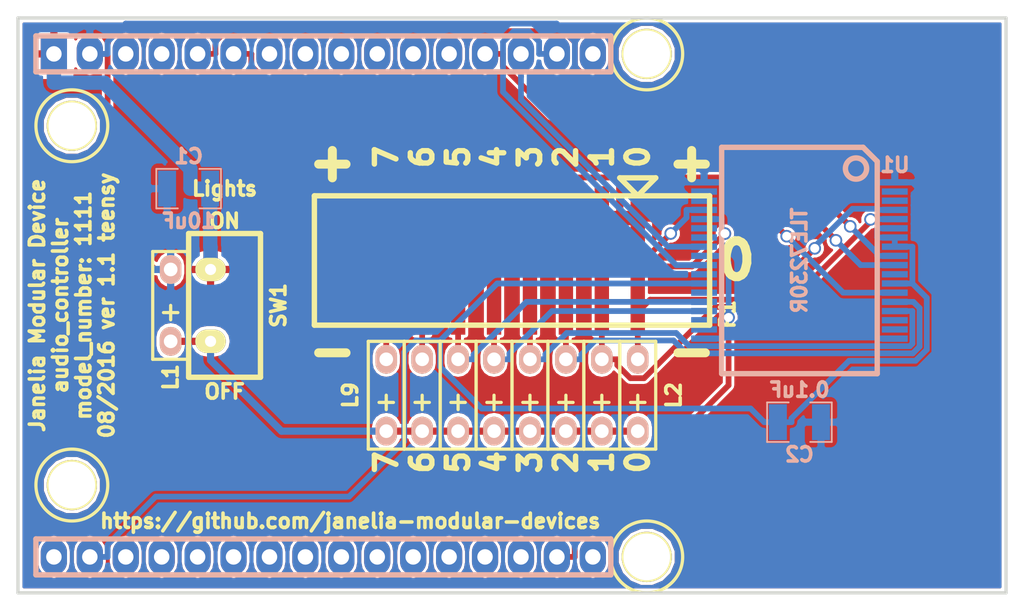
<source format=kicad_pcb>
(kicad_pcb (version 4) (host pcbnew 4.1.0-alpha+201608010716+6997~46~ubuntu16.04.1-product)

  (general
    (links 54)
    (no_connects 0)
    (area 72.39 78.105 144.780001 121.285001)
    (thickness 1.6)
    (drawings 28)
    (tracks 214)
    (zones 0)
    (modules 15)
    (nets 19)
  )

  (page A4)
  (title_block
    (title audio_controller_teensy)
    (rev 1.1)
  )

  (layers
    (0 F.Cu signal)
    (31 B.Cu signal)
    (32 B.Adhes user)
    (33 F.Adhes user)
    (34 B.Paste user)
    (35 F.Paste user)
    (36 B.SilkS user)
    (37 F.SilkS user)
    (38 B.Mask user)
    (39 F.Mask user)
    (40 Dwgs.User user)
    (41 Cmts.User user)
    (42 Eco1.User user)
    (43 Eco2.User user)
    (44 Edge.Cuts user)
    (45 Margin user)
    (46 B.CrtYd user)
    (47 F.CrtYd user)
    (48 B.Fab user)
    (49 F.Fab user)
  )

  (setup
    (last_trace_width 0.254)
    (trace_clearance 0.0254)
    (zone_clearance 0.2032)
    (zone_45_only no)
    (trace_min 0.2)
    (segment_width 0.2)
    (edge_width 0.2286)
    (via_size 0.889)
    (via_drill 0.635)
    (via_min_size 0.4)
    (via_min_drill 0.3)
    (uvia_size 0.508)
    (uvia_drill 0.127)
    (uvias_allowed no)
    (uvia_min_size 0)
    (uvia_min_drill 0)
    (pcb_text_width 0.3)
    (pcb_text_size 1.5 1.5)
    (mod_edge_width 0.15)
    (mod_text_size 1 1)
    (mod_text_width 0.15)
    (pad_size 1.524 1.524)
    (pad_drill 0.762)
    (pad_to_mask_clearance 0.2)
    (aux_axis_origin 0 0)
    (visible_elements FFFFFF7F)
    (pcbplotparams
      (layerselection 0x000f0_ffffffff)
      (usegerberextensions true)
      (excludeedgelayer false)
      (linewidth 0.100000)
      (plotframeref false)
      (viasonmask false)
      (mode 1)
      (useauxorigin false)
      (hpglpennumber 1)
      (hpglpenspeed 20)
      (hpglpendiameter 15)
      (psnegative false)
      (psa4output false)
      (plotreference true)
      (plotvalue true)
      (plotinvisibletext false)
      (padsonsilk false)
      (subtractmaskfromsilk true)
      (outputformat 1)
      (mirror false)
      (drillshape 0)
      (scaleselection 1)
      (outputdirectory gerbers/))
  )

  (net 0 "")
  (net 1 GND)
  (net 2 VDD)
  (net 3 VEE)
  (net 4 /LED_PWR)
  (net 5 /OUT0)
  (net 6 /OUT1)
  (net 7 /OUT2)
  (net 8 /OUT3)
  (net 9 /OUT4)
  (net 10 /OUT5)
  (net 11 /OUT6)
  (net 12 /OUT7)
  (net 13 /RESET)
  (net 14 /PWM)
  (net 15 /CS)
  (net 16 /MOSI)
  (net 17 /MISO)
  (net 18 /SCK)

  (net_class Default "This is the default net class."
    (clearance 0.0254)
    (trace_width 0.254)
    (via_dia 0.889)
    (via_drill 0.635)
    (uvia_dia 0.508)
    (uvia_drill 0.127)
  )

  (net_class GND ""
    (clearance 0.1016)
    (trace_width 0.4064)
    (via_dia 0.889)
    (via_drill 0.635)
    (uvia_dia 0.508)
    (uvia_drill 0.127)
    (add_net GND)
  )

  (net_class LEDPOWER ""
    (clearance 0.254)
    (trace_width 0.508)
    (via_dia 0.889)
    (via_drill 0.635)
    (uvia_dia 0.508)
    (uvia_drill 0.127)
    (add_net /LED_PWR)
  )

  (net_class POWER ""
    (clearance 0.254)
    (trace_width 0.8128)
    (via_dia 0.889)
    (via_drill 0.635)
    (uvia_dia 0.508)
    (uvia_drill 0.127)
  )

  (net_class SIGNAL ""
    (clearance 0.1016)
    (trace_width 0.4064)
    (via_dia 0.889)
    (via_drill 0.635)
    (uvia_dia 0.508)
    (uvia_drill 0.127)
    (add_net /CS)
    (add_net /MISO)
    (add_net /MOSI)
    (add_net /OUT0)
    (add_net /OUT1)
    (add_net /OUT2)
    (add_net /OUT3)
    (add_net /OUT4)
    (add_net /OUT5)
    (add_net /OUT6)
    (add_net /OUT7)
    (add_net /PWM)
    (add_net /RESET)
    (add_net /SCK)
    (add_net VEE)
  )

  (net_class SUPERPOWER ""
    (clearance 0.254)
    (trace_width 1.016)
    (via_dia 0.889)
    (via_drill 0.635)
    (uvia_dia 0.508)
    (uvia_drill 0.127)
    (add_net VDD)
  )

  (module audio_controller_teensy:SM1210 (layer B.Cu) (tedit 5481F170) (tstamp 5751D183)
    (at 85.725 91.44 180)
    (tags "CMS SM")
    (path /578FA17B)
    (attr smd)
    (fp_text reference C1 (at 0 2.286 180) (layer B.SilkS)
      (effects (font (size 1.016 1.016) (thickness 0.254)) (justify mirror))
    )
    (fp_text value 10uF (at 0 -2.286 180) (layer B.SilkS)
      (effects (font (size 1.016 1.016) (thickness 0.254)) (justify mirror))
    )
    (fp_line (start -0.762 1.397) (end -2.286 1.397) (layer B.SilkS) (width 0.127))
    (fp_line (start -2.286 1.397) (end -2.286 -1.397) (layer B.SilkS) (width 0.127))
    (fp_line (start -2.286 -1.397) (end -0.762 -1.397) (layer B.SilkS) (width 0.127))
    (fp_line (start 0.762 -1.397) (end 2.286 -1.397) (layer B.SilkS) (width 0.127))
    (fp_line (start 2.286 -1.397) (end 2.286 1.397) (layer B.SilkS) (width 0.127))
    (fp_line (start 2.286 1.397) (end 0.762 1.397) (layer B.SilkS) (width 0.127))
    (pad 1 smd rect (at -1.524 0 180) (size 1.27 2.54) (layers B.Cu B.Paste B.Mask)
      (net 2 VDD))
    (pad 2 smd rect (at 1.524 0 180) (size 1.27 2.54) (layers B.Cu B.Paste B.Mask)
      (net 1 GND))
    (model smd/chip_cms.wrl
      (at (xyz 0 0 0))
      (scale (xyz 0.17 0.2 0.17))
      (rotate (xyz 0 0 0))
    )
  )

  (module audio_controller_teensy:SM1210 (layer B.Cu) (tedit 5481F170) (tstamp 5751D18F)
    (at 128.905 107.95)
    (tags "CMS SM")
    (path /578D3F4C)
    (attr smd)
    (fp_text reference C2 (at 0 2.286) (layer B.SilkS)
      (effects (font (size 1.016 1.016) (thickness 0.254)) (justify mirror))
    )
    (fp_text value 0.1uF (at 0 -2.286) (layer B.SilkS)
      (effects (font (size 1.016 1.016) (thickness 0.254)) (justify mirror))
    )
    (fp_line (start -0.762 1.397) (end -2.286 1.397) (layer B.SilkS) (width 0.127))
    (fp_line (start -2.286 1.397) (end -2.286 -1.397) (layer B.SilkS) (width 0.127))
    (fp_line (start -2.286 -1.397) (end -0.762 -1.397) (layer B.SilkS) (width 0.127))
    (fp_line (start 0.762 -1.397) (end 2.286 -1.397) (layer B.SilkS) (width 0.127))
    (fp_line (start 2.286 -1.397) (end 2.286 1.397) (layer B.SilkS) (width 0.127))
    (fp_line (start 2.286 1.397) (end 0.762 1.397) (layer B.SilkS) (width 0.127))
    (pad 1 smd rect (at -1.524 0) (size 1.27 2.54) (layers B.Cu B.Paste B.Mask)
      (net 3 VEE))
    (pad 2 smd rect (at 1.524 0) (size 1.27 2.54) (layers B.Cu B.Paste B.Mask)
      (net 1 GND))
    (model smd/chip_cms.wrl
      (at (xyz 0 0 0))
      (scale (xyz 0.17 0.2 0.17))
      (rotate (xyz 0 0 0))
    )
  )

  (module audio_controller_teensy:LED_555-3XXX (layer F.Cu) (tedit 578FC60A) (tstamp 578F9934)
    (at 84.455 99.695 180)
    (path /578D4B9A)
    (fp_text reference L1 (at 0 -5.08 90) (layer F.SilkS)
      (effects (font (size 1.016 1.016) (thickness 0.254)))
    )
    (fp_text value LED_24V (at 0 4.826 180) (layer F.SilkS) hide
      (effects (font (size 1.016 1.016) (thickness 0.254)))
    )
    (fp_line (start -0.508 -0.508) (end 0.508 -0.508) (layer F.SilkS) (width 0.2286))
    (fp_line (start 0 0) (end 0 -1.016) (layer F.SilkS) (width 0.2286))
    (fp_line (start -1.27 -3.81) (end 1.27 -3.81) (layer F.SilkS) (width 0.2286))
    (fp_line (start 1.27 -3.81) (end 1.27 3.81) (layer F.SilkS) (width 0.2286))
    (fp_line (start 1.27 3.81) (end -1.27 3.81) (layer F.SilkS) (width 0.2286))
    (fp_line (start -1.27 3.81) (end -1.27 -3.81) (layer F.SilkS) (width 0.2286))
    (pad 1 thru_hole oval (at 0 -2.54 180) (size 1.524 2.032) (drill 0.9652) (layers *.Cu *.SilkS *.Mask)
      (net 4 /LED_PWR))
    (pad 2 thru_hole oval (at 0 2.54 180) (size 1.524 2.032) (drill 0.9652) (layers *.Cu *.SilkS *.Mask)
      (net 1 GND))
  )

  (module audio_controller_teensy:LED_555-3XXX (layer F.Cu) (tedit 57A8CAF0) (tstamp 578F9940)
    (at 117.475 106.045 180)
    (path /578D474F)
    (fp_text reference L2 (at -2.54 0 90) (layer F.SilkS)
      (effects (font (size 1.016 1.016) (thickness 0.254)))
    )
    (fp_text value LED_24V (at 0 4.826 180) (layer F.SilkS) hide
      (effects (font (size 1.016 1.016) (thickness 0.254)))
    )
    (fp_line (start -0.508 -0.508) (end 0.508 -0.508) (layer F.SilkS) (width 0.2286))
    (fp_line (start 0 0) (end 0 -1.016) (layer F.SilkS) (width 0.2286))
    (fp_line (start -1.27 -3.81) (end 1.27 -3.81) (layer F.SilkS) (width 0.2286))
    (fp_line (start 1.27 -3.81) (end 1.27 3.81) (layer F.SilkS) (width 0.2286))
    (fp_line (start 1.27 3.81) (end -1.27 3.81) (layer F.SilkS) (width 0.2286))
    (fp_line (start -1.27 3.81) (end -1.27 -3.81) (layer F.SilkS) (width 0.2286))
    (pad 1 thru_hole oval (at 0 -2.54 180) (size 1.524 2.032) (drill 0.9652) (layers *.Cu *.SilkS *.Mask)
      (net 4 /LED_PWR))
    (pad 2 thru_hole oval (at 0 2.54 180) (size 1.524 2.032) (drill 0.9652) (layers *.Cu *.SilkS *.Mask)
      (net 5 /OUT0))
  )

  (module audio_controller_teensy:LED_555-3XXX (layer F.Cu) (tedit 578FC2D0) (tstamp 578F994C)
    (at 114.935 106.045 180)
    (path /578D495D)
    (fp_text reference L3 (at 0 -5.842 270) (layer F.SilkS) hide
      (effects (font (size 1.016 1.016) (thickness 0.254)))
    )
    (fp_text value LED_24V (at 0 4.826 180) (layer F.SilkS) hide
      (effects (font (size 1.016 1.016) (thickness 0.254)))
    )
    (fp_line (start -0.508 -0.508) (end 0.508 -0.508) (layer F.SilkS) (width 0.2286))
    (fp_line (start 0 0) (end 0 -1.016) (layer F.SilkS) (width 0.2286))
    (fp_line (start -1.27 -3.81) (end 1.27 -3.81) (layer F.SilkS) (width 0.2286))
    (fp_line (start 1.27 -3.81) (end 1.27 3.81) (layer F.SilkS) (width 0.2286))
    (fp_line (start 1.27 3.81) (end -1.27 3.81) (layer F.SilkS) (width 0.2286))
    (fp_line (start -1.27 3.81) (end -1.27 -3.81) (layer F.SilkS) (width 0.2286))
    (pad 1 thru_hole oval (at 0 -2.54 180) (size 1.524 2.032) (drill 0.9652) (layers *.Cu *.SilkS *.Mask)
      (net 4 /LED_PWR))
    (pad 2 thru_hole oval (at 0 2.54 180) (size 1.524 2.032) (drill 0.9652) (layers *.Cu *.SilkS *.Mask)
      (net 6 /OUT1))
  )

  (module audio_controller_teensy:LED_555-3XXX (layer F.Cu) (tedit 578FC2D6) (tstamp 578F9958)
    (at 112.395 106.045 180)
    (path /578D49BB)
    (fp_text reference L4 (at 0 -5.842 270) (layer F.SilkS) hide
      (effects (font (size 1.016 1.016) (thickness 0.254)))
    )
    (fp_text value LED_24V (at 0 4.826 180) (layer F.SilkS) hide
      (effects (font (size 1.016 1.016) (thickness 0.254)))
    )
    (fp_line (start -0.508 -0.508) (end 0.508 -0.508) (layer F.SilkS) (width 0.2286))
    (fp_line (start 0 0) (end 0 -1.016) (layer F.SilkS) (width 0.2286))
    (fp_line (start -1.27 -3.81) (end 1.27 -3.81) (layer F.SilkS) (width 0.2286))
    (fp_line (start 1.27 -3.81) (end 1.27 3.81) (layer F.SilkS) (width 0.2286))
    (fp_line (start 1.27 3.81) (end -1.27 3.81) (layer F.SilkS) (width 0.2286))
    (fp_line (start -1.27 3.81) (end -1.27 -3.81) (layer F.SilkS) (width 0.2286))
    (pad 1 thru_hole oval (at 0 -2.54 180) (size 1.524 2.032) (drill 0.9652) (layers *.Cu *.SilkS *.Mask)
      (net 4 /LED_PWR))
    (pad 2 thru_hole oval (at 0 2.54 180) (size 1.524 2.032) (drill 0.9652) (layers *.Cu *.SilkS *.Mask)
      (net 7 /OUT2))
  )

  (module audio_controller_teensy:LED_555-3XXX (layer F.Cu) (tedit 578FC2D9) (tstamp 578F9964)
    (at 109.855 106.045 180)
    (path /578D49F0)
    (fp_text reference L5 (at 0 -5.842 270) (layer F.SilkS) hide
      (effects (font (size 1.016 1.016) (thickness 0.254)))
    )
    (fp_text value LED_24V (at 0 4.826 180) (layer F.SilkS) hide
      (effects (font (size 1.016 1.016) (thickness 0.254)))
    )
    (fp_line (start -0.508 -0.508) (end 0.508 -0.508) (layer F.SilkS) (width 0.2286))
    (fp_line (start 0 0) (end 0 -1.016) (layer F.SilkS) (width 0.2286))
    (fp_line (start -1.27 -3.81) (end 1.27 -3.81) (layer F.SilkS) (width 0.2286))
    (fp_line (start 1.27 -3.81) (end 1.27 3.81) (layer F.SilkS) (width 0.2286))
    (fp_line (start 1.27 3.81) (end -1.27 3.81) (layer F.SilkS) (width 0.2286))
    (fp_line (start -1.27 3.81) (end -1.27 -3.81) (layer F.SilkS) (width 0.2286))
    (pad 1 thru_hole oval (at 0 -2.54 180) (size 1.524 2.032) (drill 0.9652) (layers *.Cu *.SilkS *.Mask)
      (net 4 /LED_PWR))
    (pad 2 thru_hole oval (at 0 2.54 180) (size 1.524 2.032) (drill 0.9652) (layers *.Cu *.SilkS *.Mask)
      (net 8 /OUT3))
  )

  (module audio_controller_teensy:LED_555-3XXX (layer F.Cu) (tedit 578FC2DD) (tstamp 578F9970)
    (at 107.315 106.045 180)
    (path /578D4A30)
    (fp_text reference L6 (at 0 -5.842 270) (layer F.SilkS) hide
      (effects (font (size 1.016 1.016) (thickness 0.254)))
    )
    (fp_text value LED_24V (at 0 4.826 180) (layer F.SilkS) hide
      (effects (font (size 1.016 1.016) (thickness 0.254)))
    )
    (fp_line (start -0.508 -0.508) (end 0.508 -0.508) (layer F.SilkS) (width 0.2286))
    (fp_line (start 0 0) (end 0 -1.016) (layer F.SilkS) (width 0.2286))
    (fp_line (start -1.27 -3.81) (end 1.27 -3.81) (layer F.SilkS) (width 0.2286))
    (fp_line (start 1.27 -3.81) (end 1.27 3.81) (layer F.SilkS) (width 0.2286))
    (fp_line (start 1.27 3.81) (end -1.27 3.81) (layer F.SilkS) (width 0.2286))
    (fp_line (start -1.27 3.81) (end -1.27 -3.81) (layer F.SilkS) (width 0.2286))
    (pad 1 thru_hole oval (at 0 -2.54 180) (size 1.524 2.032) (drill 0.9652) (layers *.Cu *.SilkS *.Mask)
      (net 4 /LED_PWR))
    (pad 2 thru_hole oval (at 0 2.54 180) (size 1.524 2.032) (drill 0.9652) (layers *.Cu *.SilkS *.Mask)
      (net 9 /OUT4))
  )

  (module audio_controller_teensy:LED_555-3XXX (layer F.Cu) (tedit 578FC2E2) (tstamp 578F997C)
    (at 104.775 106.045 180)
    (path /578D4A73)
    (fp_text reference L7 (at 0 -5.842 270) (layer F.SilkS) hide
      (effects (font (size 1.016 1.016) (thickness 0.254)))
    )
    (fp_text value LED_24V (at 0 4.826 180) (layer F.SilkS) hide
      (effects (font (size 1.016 1.016) (thickness 0.254)))
    )
    (fp_line (start -0.508 -0.508) (end 0.508 -0.508) (layer F.SilkS) (width 0.2286))
    (fp_line (start 0 0) (end 0 -1.016) (layer F.SilkS) (width 0.2286))
    (fp_line (start -1.27 -3.81) (end 1.27 -3.81) (layer F.SilkS) (width 0.2286))
    (fp_line (start 1.27 -3.81) (end 1.27 3.81) (layer F.SilkS) (width 0.2286))
    (fp_line (start 1.27 3.81) (end -1.27 3.81) (layer F.SilkS) (width 0.2286))
    (fp_line (start -1.27 3.81) (end -1.27 -3.81) (layer F.SilkS) (width 0.2286))
    (pad 1 thru_hole oval (at 0 -2.54 180) (size 1.524 2.032) (drill 0.9652) (layers *.Cu *.SilkS *.Mask)
      (net 4 /LED_PWR))
    (pad 2 thru_hole oval (at 0 2.54 180) (size 1.524 2.032) (drill 0.9652) (layers *.Cu *.SilkS *.Mask)
      (net 10 /OUT5))
  )

  (module audio_controller_teensy:LED_555-3XXX (layer F.Cu) (tedit 578FC2E6) (tstamp 578F9988)
    (at 102.235 106.045 180)
    (path /578D4AB5)
    (fp_text reference L8 (at 0 -5.842 270) (layer F.SilkS) hide
      (effects (font (size 1.016 1.016) (thickness 0.254)))
    )
    (fp_text value LED_24V (at 0 4.826 180) (layer F.SilkS) hide
      (effects (font (size 1.016 1.016) (thickness 0.254)))
    )
    (fp_line (start -0.508 -0.508) (end 0.508 -0.508) (layer F.SilkS) (width 0.2286))
    (fp_line (start 0 0) (end 0 -1.016) (layer F.SilkS) (width 0.2286))
    (fp_line (start -1.27 -3.81) (end 1.27 -3.81) (layer F.SilkS) (width 0.2286))
    (fp_line (start 1.27 -3.81) (end 1.27 3.81) (layer F.SilkS) (width 0.2286))
    (fp_line (start 1.27 3.81) (end -1.27 3.81) (layer F.SilkS) (width 0.2286))
    (fp_line (start -1.27 3.81) (end -1.27 -3.81) (layer F.SilkS) (width 0.2286))
    (pad 1 thru_hole oval (at 0 -2.54 180) (size 1.524 2.032) (drill 0.9652) (layers *.Cu *.SilkS *.Mask)
      (net 4 /LED_PWR))
    (pad 2 thru_hole oval (at 0 2.54 180) (size 1.524 2.032) (drill 0.9652) (layers *.Cu *.SilkS *.Mask)
      (net 11 /OUT6))
  )

  (module audio_controller_teensy:LED_555-3XXX (layer F.Cu) (tedit 578FC2CA) (tstamp 578F9994)
    (at 99.695 106.045 180)
    (path /578D4AF6)
    (fp_text reference L9 (at 2.54 0 90) (layer F.SilkS)
      (effects (font (size 1.016 1.016) (thickness 0.254)))
    )
    (fp_text value LED_24V (at 0 4.826 180) (layer F.SilkS) hide
      (effects (font (size 1.016 1.016) (thickness 0.254)))
    )
    (fp_line (start -0.508 -0.508) (end 0.508 -0.508) (layer F.SilkS) (width 0.2286))
    (fp_line (start 0 0) (end 0 -1.016) (layer F.SilkS) (width 0.2286))
    (fp_line (start -1.27 -3.81) (end 1.27 -3.81) (layer F.SilkS) (width 0.2286))
    (fp_line (start 1.27 -3.81) (end 1.27 3.81) (layer F.SilkS) (width 0.2286))
    (fp_line (start 1.27 3.81) (end -1.27 3.81) (layer F.SilkS) (width 0.2286))
    (fp_line (start -1.27 3.81) (end -1.27 -3.81) (layer F.SilkS) (width 0.2286))
    (pad 1 thru_hole oval (at 0 -2.54 180) (size 1.524 2.032) (drill 0.9652) (layers *.Cu *.SilkS *.Mask)
      (net 4 /LED_PWR))
    (pad 2 thru_hole oval (at 0 2.54 180) (size 1.524 2.032) (drill 0.9652) (layers *.Cu *.SilkS *.Mask)
      (net 12 /OUT7))
  )

  (module audio_controller_teensy:HEADER_02x08_SMD (layer F.Cu) (tedit 578FC7D1) (tstamp 578F9995)
    (at 108.585 96.52)
    (path /578D30F0)
    (fp_text reference P1 (at 15.24 3.81 90) (layer F.SilkS)
      (effects (font (size 1.016 1.016) (thickness 0.254)))
    )
    (fp_text value HEADER_02X08_SMD (at 0 6.35) (layer F.SilkS) hide
      (effects (font (size 1.016 1.016) (thickness 0.254)))
    )
    (fp_line (start 13.97 -4.572) (end -13.97 -4.572) (layer F.SilkS) (width 0.381))
    (fp_line (start -13.97 -4.572) (end -13.97 4.572) (layer F.SilkS) (width 0.381))
    (fp_line (start -13.97 4.572) (end 13.97 4.572) (layer F.SilkS) (width 0.381))
    (fp_line (start 13.97 -4.572) (end 13.97 4.572) (layer F.SilkS) (width 0.381))
    (fp_line (start 8.89 -4.572) (end 10.16 -5.842) (layer F.SilkS) (width 0.381))
    (fp_line (start 10.16 -5.842) (end 7.62 -5.842) (layer F.SilkS) (width 0.381))
    (fp_line (start 7.62 -5.842) (end 8.89 -4.572) (layer F.SilkS) (width 0.381))
    (pad 1 smd rect (at 8.89 -2.9972) (size 1.016 4.4958) (layers F.Cu F.Paste F.Mask)
      (net 2 VDD))
    (pad 2 smd rect (at 8.89 2.9972) (size 1.016 4.4958) (layers F.Cu F.Paste F.Mask)
      (net 5 /OUT0))
    (pad 3 smd rect (at 6.35 -2.9972) (size 1.016 4.4958) (layers F.Cu F.Paste F.Mask)
      (net 2 VDD))
    (pad 4 smd rect (at 6.35 2.9972) (size 1.016 4.4958) (layers F.Cu F.Paste F.Mask)
      (net 6 /OUT1))
    (pad 5 smd rect (at 3.81 -2.9972) (size 1.016 4.4958) (layers F.Cu F.Paste F.Mask)
      (net 2 VDD))
    (pad 6 smd rect (at 3.81 2.9972) (size 1.016 4.4958) (layers F.Cu F.Paste F.Mask)
      (net 7 /OUT2))
    (pad 7 smd rect (at 1.27 -2.9972) (size 1.016 4.4958) (layers F.Cu F.Paste F.Mask)
      (net 2 VDD))
    (pad 8 smd rect (at 1.27 2.9972) (size 1.016 4.4958) (layers F.Cu F.Paste F.Mask)
      (net 8 /OUT3))
    (pad 9 smd rect (at -1.27 -2.9972) (size 1.016 4.4958) (layers F.Cu F.Paste F.Mask)
      (net 2 VDD))
    (pad 10 smd rect (at -1.27 2.9972) (size 1.016 4.4958) (layers F.Cu F.Paste F.Mask)
      (net 9 /OUT4))
    (pad 11 smd rect (at -3.81 -2.9972) (size 1.016 4.4958) (layers F.Cu F.Paste F.Mask)
      (net 2 VDD))
    (pad 12 smd rect (at -3.81 2.9972) (size 1.016 4.4958) (layers F.Cu F.Paste F.Mask)
      (net 10 /OUT5))
    (pad 13 smd rect (at -6.35 -2.9972) (size 1.016 4.4958) (layers F.Cu F.Paste F.Mask)
      (net 2 VDD))
    (pad 14 smd rect (at -6.35 2.9972) (size 1.016 4.4958) (layers F.Cu F.Paste F.Mask)
      (net 11 /OUT6))
    (pad 15 smd rect (at -8.89 -2.9972) (size 1.016 4.4958) (layers F.Cu F.Paste F.Mask)
      (net 2 VDD))
    (pad 16 smd rect (at -8.89 2.9972) (size 1.016 4.4958) (layers F.Cu F.Paste F.Mask)
      (net 12 /OUT7))
  )

  (module audio_controller_teensy:SPST_SLIDE_AS (layer F.Cu) (tedit 57A8CC44) (tstamp 578F99AF)
    (at 88.265 99.695)
    (path /578D4BFB)
    (fp_text reference SW1 (at 3.81 0 90) (layer F.SilkS)
      (effects (font (size 1.016 1.016) (thickness 0.254)))
    )
    (fp_text value SPST_SLIDE_AS (at 3.81 0 90) (layer F.SilkS) hide
      (effects (font (size 1.016 1.016) (thickness 0.254)))
    )
    (fp_text user OFF (at 0 6.096) (layer F.SilkS)
      (effects (font (size 1.016 1.016) (thickness 0.254)))
    )
    (fp_text user ON (at 0 -5.969) (layer F.SilkS)
      (effects (font (size 1.016 1.016) (thickness 0.254)))
    )
    (fp_line (start -2.54 -5.08) (end 2.54 -5.08) (layer F.SilkS) (width 0.381))
    (fp_line (start 2.54 -5.08) (end 2.54 5.08) (layer F.SilkS) (width 0.381))
    (fp_line (start 2.54 5.08) (end -2.54 5.08) (layer F.SilkS) (width 0.381))
    (fp_line (start -2.54 5.08) (end -2.54 -5.08) (layer F.SilkS) (width 0.381))
    (pad 1 thru_hole oval (at -0.9906 -2.54) (size 2.159 1.651) (drill 0.7874) (layers *.Cu *.Mask F.SilkS)
      (net 2 VDD))
    (pad 3 thru_hole oval (at -0.9906 2.54) (size 2.159 1.651) (drill 0.7874) (layers *.Cu *.Mask F.SilkS)
      (net 4 /LED_PWR))
  )

  (module audio_controller_teensy:PG-DSO-36 (layer B.Cu) (tedit 56D850C7) (tstamp 578F99E7)
    (at 128.905 96.52 270)
    (path /578D35FA)
    (fp_text reference U1 (at -6.75 -6.75 540) (layer B.SilkS)
      (effects (font (size 1.016 1.016) (thickness 0.254)) (justify mirror))
    )
    (fp_text value TLE7230R (at 0 0 450) (layer B.SilkS)
      (effects (font (size 1.016 1.016) (thickness 0.254)) (justify mirror))
    )
    (fp_circle (center -6.5 -4) (end -6.5 -3.25) (layer B.SilkS) (width 0.381))
    (fp_line (start -7 -5.5) (end 8 -5.5) (layer B.SilkS) (width 0.381))
    (fp_line (start 8 -5.5) (end 8 5.5) (layer B.SilkS) (width 0.381))
    (fp_line (start 8 5.5) (end -8 5.5) (layer B.SilkS) (width 0.381))
    (fp_line (start -8 5.5) (end -8 -4.5) (layer B.SilkS) (width 0.381))
    (fp_line (start -8 -4.5) (end -7 -5.5) (layer B.SilkS) (width 0.381))
    (pad 1 smd rect (at -5.525 -6.74 270) (size 0.45 1.83) (layers B.Cu B.Paste B.Mask)
      (net 1 GND) (solder_mask_margin 0.05) (clearance 0.05))
    (pad 2 smd rect (at -4.875 -6.74 270) (size 0.45 1.83) (layers B.Cu B.Paste B.Mask)
      (solder_mask_margin 0.05) (clearance 0.05))
    (pad 3 smd rect (at -4.225 -6.74 270) (size 0.45 1.83) (layers B.Cu B.Paste B.Mask)
      (solder_mask_margin 0.05) (clearance 0.05))
    (pad 4 smd rect (at -3.575 -6.74 270) (size 0.45 1.83) (layers B.Cu B.Paste B.Mask)
      (net 5 /OUT0) (solder_mask_margin 0.05) (clearance 0.05))
    (pad 5 smd rect (at -2.925 -6.74 270) (size 0.45 1.83) (layers B.Cu B.Paste B.Mask)
      (net 6 /OUT1) (solder_mask_margin 0.05) (clearance 0.05))
    (pad 6 smd rect (at -2.275 -6.74 270) (size 0.45 1.83) (layers B.Cu B.Paste B.Mask)
      (net 3 VEE) (solder_mask_margin 0.05) (clearance 0.05))
    (pad 7 smd rect (at -1.625 -6.74 270) (size 0.45 1.83) (layers B.Cu B.Paste B.Mask)
      (net 3 VEE) (solder_mask_margin 0.05) (clearance 0.05))
    (pad 8 smd rect (at -0.975 -6.74 270) (size 0.45 1.83) (layers B.Cu B.Paste B.Mask)
      (net 3 VEE) (solder_mask_margin 0.05) (clearance 0.05))
    (pad 9 smd rect (at -0.325 -6.74 270) (size 0.45 1.83) (layers B.Cu B.Paste B.Mask)
      (net 13 /RESET) (solder_mask_margin 0.05) (clearance 0.05))
    (pad 10 smd rect (at 0.325 -6.74 270) (size 0.45 1.83) (layers B.Cu B.Paste B.Mask)
      (net 15 /CS) (solder_mask_margin 0.05) (clearance 0.05))
    (pad 11 smd rect (at 0.975 -6.74 270) (size 0.45 1.83) (layers B.Cu B.Paste B.Mask)
      (solder_mask_margin 0.05) (clearance 0.05))
    (pad 12 smd rect (at 1.625 -6.74 270) (size 0.45 1.83) (layers B.Cu B.Paste B.Mask)
      (net 3 VEE) (solder_mask_margin 0.05) (clearance 0.05))
    (pad 13 smd rect (at 2.275 -6.74 270) (size 0.45 1.83) (layers B.Cu B.Paste B.Mask)
      (net 14 /PWM) (solder_mask_margin 0.05) (clearance 0.05))
    (pad 14 smd rect (at 2.925 -6.74 270) (size 0.45 1.83) (layers B.Cu B.Paste B.Mask)
      (net 7 /OUT2) (solder_mask_margin 0.05) (clearance 0.05))
    (pad 15 smd rect (at 3.575 -6.74 270) (size 0.45 1.83) (layers B.Cu B.Paste B.Mask)
      (net 8 /OUT3) (solder_mask_margin 0.05) (clearance 0.05))
    (pad 16 smd rect (at 4.225 -6.74 270) (size 0.45 1.83) (layers B.Cu B.Paste B.Mask)
      (solder_mask_margin 0.05) (clearance 0.05))
    (pad 17 smd rect (at 4.875 -6.74 270) (size 0.45 1.83) (layers B.Cu B.Paste B.Mask)
      (solder_mask_margin 0.05) (clearance 0.05))
    (pad 18 smd rect (at 5.525 -6.74 270) (size 0.45 1.83) (layers B.Cu B.Paste B.Mask)
      (net 1 GND) (solder_mask_margin 0.05) (clearance 0.05))
    (pad 19 smd rect (at 5.525 6.74 270) (size 0.45 1.83) (layers B.Cu B.Paste B.Mask)
      (net 1 GND) (solder_mask_margin 0.05) (clearance 0.05))
    (pad 20 smd rect (at 4.875 6.74 270) (size 0.45 1.83) (layers B.Cu B.Paste B.Mask)
      (solder_mask_margin 0.05) (clearance 0.05))
    (pad 21 smd rect (at 4.225 6.74 270) (size 0.45 1.83) (layers B.Cu B.Paste B.Mask)
      (solder_mask_margin 0.05) (clearance 0.05))
    (pad 22 smd rect (at 3.575 6.74 270) (size 0.45 1.83) (layers B.Cu B.Paste B.Mask)
      (net 9 /OUT4) (solder_mask_margin 0.05) (clearance 0.05))
    (pad 23 smd rect (at 2.925 6.74 270) (size 0.45 1.83) (layers B.Cu B.Paste B.Mask)
      (net 10 /OUT5) (solder_mask_margin 0.05) (clearance 0.05))
    (pad 24 smd rect (at 2.275 6.74 270) (size 0.45 1.83) (layers B.Cu B.Paste B.Mask)
      (solder_mask_margin 0.05) (clearance 0.05))
    (pad 25 smd rect (at 1.625 6.74 270) (size 0.45 1.83) (layers B.Cu B.Paste B.Mask)
      (net 3 VEE) (solder_mask_margin 0.05) (clearance 0.05))
    (pad 26 smd rect (at 0.975 6.74 270) (size 0.45 1.83) (layers B.Cu B.Paste B.Mask)
      (solder_mask_margin 0.05) (clearance 0.05))
    (pad 27 smd rect (at 0.325 6.74 270) (size 0.45 1.83) (layers B.Cu B.Paste B.Mask)
      (net 17 /MISO) (solder_mask_margin 0.05) (clearance 0.05))
    (pad 28 smd rect (at -0.325 6.74 270) (size 0.45 1.83) (layers B.Cu B.Paste B.Mask)
      (net 18 /SCK) (solder_mask_margin 0.05) (clearance 0.05))
    (pad 29 smd rect (at -0.975 6.74 270) (size 0.45 1.83) (layers B.Cu B.Paste B.Mask)
      (net 16 /MOSI) (solder_mask_margin 0.05) (clearance 0.05))
    (pad 30 smd rect (at -1.625 6.74 270) (size 0.45 1.83) (layers B.Cu B.Paste B.Mask)
      (solder_mask_margin 0.05) (clearance 0.05))
    (pad 31 smd rect (at -2.275 6.74 270) (size 0.45 1.83) (layers B.Cu B.Paste B.Mask)
      (solder_mask_margin 0.05) (clearance 0.05))
    (pad 32 smd rect (at -2.925 6.74 270) (size 0.45 1.83) (layers B.Cu B.Paste B.Mask)
      (net 11 /OUT6) (solder_mask_margin 0.05) (clearance 0.05))
    (pad 33 smd rect (at -3.575 6.74 270) (size 0.45 1.83) (layers B.Cu B.Paste B.Mask)
      (net 12 /OUT7) (solder_mask_margin 0.05) (clearance 0.05))
    (pad 34 smd rect (at -4.225 6.74 270) (size 0.45 1.83) (layers B.Cu B.Paste B.Mask)
      (solder_mask_margin 0.05) (clearance 0.05))
    (pad 35 smd rect (at -4.875 6.74 270) (size 0.45 1.83) (layers B.Cu B.Paste B.Mask)
      (solder_mask_margin 0.05) (clearance 0.05))
    (pad 36 smd rect (at -5.525 6.74 270) (size 0.45 1.83) (layers B.Cu B.Paste B.Mask)
      (net 1 GND) (solder_mask_margin 0.05) (clearance 0.05))
  )

  (module audio_controller_teensy:MODULAR_DEVICE_TEENSY_MALE (layer F.Cu) (tedit 579923B4) (tstamp 57A8D02B)
    (at 95.25 99.695)
    (path /57A8C92C)
    (fp_text reference MDT1 (at 0 0) (layer F.SilkS) hide
      (effects (font (size 1.016 1.016) (thickness 0.254)))
    )
    (fp_text value MODULAR_DEVICE_TEENSY_MALE (at 0 2.54) (layer F.SilkS) hide
      (effects (font (thickness 0.3048)))
    )
    (fp_circle (center -17.78 -12.7) (end -15.24 -12.7) (layer F.SilkS) (width 0.2286))
    (fp_circle (center -17.78 12.7) (end -15.24 12.7) (layer F.SilkS) (width 0.2286))
    (fp_circle (center 22.86 17.78) (end 25.4 17.78) (layer F.SilkS) (width 0.2286))
    (fp_circle (center 22.86 -17.78) (end 25.4 -17.78) (layer F.SilkS) (width 0.2286))
    (fp_line (start -20.32 16.51) (end -20.32 19.05) (layer B.SilkS) (width 0.381))
    (fp_line (start -20.32 19.05) (end 20.32 19.05) (layer B.SilkS) (width 0.381))
    (fp_line (start 20.32 19.05) (end 20.32 16.51) (layer B.SilkS) (width 0.381))
    (fp_line (start 20.32 16.51) (end -20.32 16.51) (layer B.SilkS) (width 0.381))
    (fp_line (start -20.32 -19.05) (end -20.32 -16.51) (layer B.SilkS) (width 0.381))
    (fp_line (start -20.32 -16.51) (end 20.32 -16.51) (layer B.SilkS) (width 0.381))
    (fp_line (start 20.32 -16.51) (end 20.32 -19.05) (layer B.SilkS) (width 0.381))
    (fp_line (start 20.32 -19.05) (end -20.32 -19.05) (layer B.SilkS) (width 0.381))
    (fp_line (start -21.59 -20.32) (end -21.59 20.32) (layer F.Fab) (width 0.2286))
    (fp_line (start -21.59 20.32) (end 48.26 20.32) (layer F.Fab) (width 0.2286))
    (fp_line (start 48.26 20.32) (end 48.26 -20.32) (layer F.Fab) (width 0.2286))
    (fp_line (start 48.26 -20.32) (end -21.59 -20.32) (layer F.Fab) (width 0.2286))
    (pad GND thru_hole oval (at -16.51 -17.78) (size 1.8542 2.54) (drill 1.0922) (layers *.Cu *.Mask)
      (net 1 GND))
    (pad 24 thru_hole oval (at -13.97 -17.78) (size 1.8542 2.54) (drill 1.0922) (layers *.Cu *.Mask))
    (pad VDD thru_hole rect (at -19.05 -17.78) (size 1.8542 2.54) (drill 1.0922) (layers *.Cu *.Mask)
      (net 2 VDD))
    (pad 25 thru_hole oval (at -11.43 -17.78) (size 1.8542 2.54) (drill 1.0922) (layers *.Cu *.Mask))
    (pad 2 thru_hole oval (at -8.89 -17.78) (size 1.8542 2.54) (drill 1.0922) (layers *.Cu *.Mask)
      (net 13 /RESET))
    (pad 3 thru_hole oval (at -6.35 -17.78) (size 1.8542 2.54) (drill 1.0922) (layers *.Cu *.Mask)
      (net 14 /PWM))
    (pad 4 thru_hole oval (at -3.81 -17.78) (size 1.8542 2.54) (drill 1.0922) (layers *.Cu *.Mask))
    (pad 5 thru_hole oval (at -1.27 -17.78) (size 1.8542 2.54) (drill 1.0922) (layers *.Cu *.Mask))
    (pad 6 thru_hole oval (at 1.27 -17.78) (size 1.8542 2.54) (drill 1.0922) (layers *.Cu *.Mask))
    (pad 30 thru_hole oval (at 3.81 -17.78) (size 1.8542 2.54) (drill 1.0922) (layers *.Cu *.Mask))
    (pad 29 thru_hole oval (at 6.35 -17.78) (size 1.8542 2.54) (drill 1.0922) (layers *.Cu *.Mask))
    (pad 9 thru_hole oval (at 8.89 -17.78) (size 1.8542 2.54) (drill 1.0922) (layers *.Cu *.Mask))
    (pad 10 thru_hole oval (at 11.43 -17.78) (size 1.8542 2.54) (drill 1.0922) (layers *.Cu *.Mask)
      (net 15 /CS))
    (pad 11 thru_hole oval (at 13.97 -17.78) (size 1.8542 2.54) (drill 1.0922) (layers *.Cu *.Mask)
      (net 16 /MOSI))
    (pad 12 thru_hole oval (at 16.51 -17.78) (size 1.8542 2.54) (drill 1.0922) (layers *.Cu *.Mask)
      (net 17 /MISO))
    (pad 28 thru_hole oval (at 19.05 -17.78) (size 1.8542 2.54) (drill 1.0922) (layers *.Cu *.Mask))
    (pad DAC thru_hole oval (at 19.05 17.78) (size 1.8542 2.54) (drill 1.0922) (layers *.Cu *.Mask))
    (pad 13 thru_hole oval (at 16.51 17.78) (size 1.8542 2.54) (drill 1.0922) (layers *.Cu *.Mask)
      (net 18 /SCK))
    (pad 14 thru_hole oval (at 13.97 17.78) (size 1.8542 2.54) (drill 1.0922) (layers *.Cu *.Mask))
    (pad 15 thru_hole oval (at 11.43 17.78) (size 1.8542 2.54) (drill 1.0922) (layers *.Cu *.Mask))
    (pad 16 thru_hole oval (at 8.89 17.78) (size 1.8542 2.54) (drill 1.0922) (layers *.Cu *.Mask))
    (pad 17 thru_hole oval (at 6.35 17.78) (size 1.8542 2.54) (drill 1.0922) (layers *.Cu *.Mask))
    (pad 18 thru_hole oval (at 3.81 17.78) (size 1.8542 2.54) (drill 1.0922) (layers *.Cu *.Mask))
    (pad 19 thru_hole oval (at 1.27 17.78) (size 1.8542 2.54) (drill 1.0922) (layers *.Cu *.Mask))
    (pad 20 thru_hole oval (at -1.27 17.78) (size 1.8542 2.54) (drill 1.0922) (layers *.Cu *.Mask))
    (pad 21 thru_hole oval (at -3.81 17.78) (size 1.8542 2.54) (drill 1.0922) (layers *.Cu *.Mask))
    (pad 22 thru_hole oval (at -6.35 17.78) (size 1.8542 2.54) (drill 1.0922) (layers *.Cu *.Mask))
    (pad 23 thru_hole oval (at -8.89 17.78) (size 1.8542 2.54) (drill 1.0922) (layers *.Cu *.Mask))
    (pad 3V3 thru_hole oval (at -11.43 17.78) (size 1.8542 2.54) (drill 1.0922) (layers *.Cu *.Mask))
    (pad AGND thru_hole oval (at -13.97 17.78) (size 1.8542 2.54) (drill 1.0922) (layers *.Cu *.Mask))
    (pad VEE thru_hole oval (at -16.51 17.78) (size 1.8542 2.54) (drill 1.0922) (layers *.Cu *.Mask)
      (net 3 VEE))
    (pad AREF thru_hole oval (at -19.05 17.78) (size 1.8542 2.54) (drill 1.0922) (layers *.Cu *.Mask))
    (pad "" thru_hole circle (at -17.78 -12.7) (size 3.556 3.556) (drill 3.302) (layers *.Cu *.Mask F.SilkS))
    (pad "" thru_hole circle (at -17.78 12.7) (size 3.556 3.556) (drill 3.302) (layers *.Cu *.Mask F.SilkS))
    (pad "" thru_hole circle (at 22.86 17.78) (size 3.556 3.556) (drill 3.302) (layers *.Cu *.Mask F.SilkS))
    (pad "" thru_hole circle (at 22.86 -17.78) (size 3.556 3.556) (drill 3.302) (layers *.Cu *.Mask F.SilkS))
  )

  (gr_text 7 (at 99.695 111.76 90) (layer F.SilkS)
    (effects (font (thickness 0.381)) (justify left))
  )
  (gr_text 6 (at 102.235 111.76 90) (layer F.SilkS)
    (effects (font (thickness 0.381)) (justify left))
  )
  (gr_text 5 (at 104.775 111.76 90) (layer F.SilkS)
    (effects (font (thickness 0.381)) (justify left))
  )
  (gr_text 4 (at 107.315 111.76 90) (layer F.SilkS)
    (effects (font (thickness 0.381)) (justify left))
  )
  (gr_text 3 (at 109.855 111.76 90) (layer F.SilkS)
    (effects (font (thickness 0.381)) (justify left))
  )
  (gr_text 2 (at 112.395 111.76 90) (layer F.SilkS)
    (effects (font (thickness 0.381)) (justify left))
  )
  (gr_text 1 (at 114.935 111.76 90) (layer F.SilkS)
    (effects (font (thickness 0.381)) (justify left))
  )
  (gr_text 0 (at 117.475 111.76 90) (layer F.SilkS)
    (effects (font (thickness 0.381)) (justify left))
  )
  (gr_line (start 143.51 79.375) (end 73.66 79.375) (angle 90) (layer Edge.Cuts) (width 0.2286))
  (gr_line (start 143.51 120.015) (end 143.51 79.375) (angle 90) (layer Edge.Cuts) (width 0.2286))
  (gr_line (start 73.66 120.015) (end 143.51 120.015) (angle 90) (layer Edge.Cuts) (width 0.2286))
  (gr_line (start 73.66 79.375) (end 73.66 120.015) (angle 90) (layer Edge.Cuts) (width 0.2286))
  (gr_text 0 (at 124.46 96.52) (layer F.SilkS)
    (effects (font (size 2.54 2.54) (thickness 0.635)))
  )
  (gr_text https://github.com/janelia-modular-devices (at 97.155 114.935) (layer F.SilkS)
    (effects (font (size 1.016 1.016) (thickness 0.254)))
  )
  (gr_text - (at 121.285 102.87) (layer F.SilkS)
    (effects (font (size 2.54 2.54) (thickness 0.635)))
  )
  (gr_text - (at 95.885 102.87) (layer F.SilkS)
    (effects (font (size 2.54 2.54) (thickness 0.635)))
  )
  (gr_text + (at 95.885 89.535) (layer F.SilkS)
    (effects (font (size 2.54 2.54) (thickness 0.635)))
  )
  (gr_text + (at 121.285 89.535) (layer F.SilkS)
    (effects (font (size 2.54 2.54) (thickness 0.635)))
  )
  (gr_text Lights (at 88.265 91.44) (layer F.SilkS)
    (effects (font (size 1.016 1.016) (thickness 0.254)))
  )
  (gr_text 7 (at 99.695 90.17 90) (layer F.SilkS)
    (effects (font (thickness 0.381)) (justify left))
  )
  (gr_text 6 (at 102.235 90.17 90) (layer F.SilkS)
    (effects (font (thickness 0.381)) (justify left))
  )
  (gr_text 5 (at 104.775 90.17 90) (layer F.SilkS)
    (effects (font (thickness 0.381)) (justify left))
  )
  (gr_text 4 (at 107.315 90.17 90) (layer F.SilkS)
    (effects (font (thickness 0.381)) (justify left))
  )
  (gr_text 3 (at 109.855 90.17 90) (layer F.SilkS)
    (effects (font (thickness 0.381)) (justify left))
  )
  (gr_text 2 (at 112.395 90.17 90) (layer F.SilkS)
    (effects (font (thickness 0.381)) (justify left))
  )
  (gr_text 1 (at 114.935 90.17 90) (layer F.SilkS)
    (effects (font (thickness 0.381)) (justify left))
  )
  (gr_text 0 (at 117.475 90.17 90) (layer F.SilkS)
    (effects (font (thickness 0.381)) (justify left))
  )
  (gr_text "Janelia Modular Device\naudio_controller\nmodel_number: 1111\n08/2016 ver 1.1 teensy" (at 77.47 99.695 90) (layer F.SilkS)
    (effects (font (size 1.016 1.016) (thickness 0.254)))
  )

  (segment (start 84.455 93.2942) (end 84.201 93.0402) (width 0.4064) (layer B.Cu) (net 1))
  (segment (start 84.455 97.155) (end 84.455 93.2942) (width 0.4064) (layer B.Cu) (net 1))
  (segment (start 84.201 91.44) (end 84.201 93.0402) (width 0.4064) (layer B.Cu) (net 1))
  (segment (start 79.9973 93.7895) (end 83.3628 97.155) (width 0.4064) (layer F.Cu) (net 1))
  (segment (start 79.9973 81.915) (end 79.9973 93.7895) (width 0.4064) (layer F.Cu) (net 1))
  (segment (start 78.74 81.915) (end 79.9973 81.915) (width 0.4064) (layer F.Cu) (net 1))
  (segment (start 84.455 97.155) (end 83.3628 97.155) (width 0.4064) (layer F.Cu) (net 1))
  (segment (start 135.645 102.045) (end 134.3998 102.045) (width 0.4064) (layer B.Cu) (net 1))
  (segment (start 122.165 102.045) (end 123.4102 102.045) (width 0.4064) (layer B.Cu) (net 1))
  (segment (start 123.4593 102.045) (end 127.0776 98.4267) (width 0.4064) (layer B.Cu) (net 1))
  (segment (start 123.4102 102.045) (end 123.4593 102.045) (width 0.4064) (layer B.Cu) (net 1))
  (segment (start 130.7815 98.4267) (end 134.3998 102.045) (width 0.4064) (layer B.Cu) (net 1))
  (segment (start 127.0776 98.4267) (end 130.7815 98.4267) (width 0.4064) (layer B.Cu) (net 1))
  (segment (start 122.165 90.995) (end 123.4102 90.995) (width 0.4064) (layer B.Cu) (net 1))
  (segment (start 123.4102 90.995) (end 127.0776 94.6624) (width 0.4064) (layer B.Cu) (net 1))
  (segment (start 127.0776 94.6624) (end 127.0776 98.4267) (width 0.4064) (layer B.Cu) (net 1))
  (segment (start 130.745 90.995) (end 135.645 90.995) (width 0.4064) (layer B.Cu) (net 1))
  (segment (start 127.0776 94.6624) (end 130.745 90.995) (width 0.4064) (layer B.Cu) (net 1))
  (segment (start 133.5484 107.95) (end 130.429 107.95) (width 0.4064) (layer B.Cu) (net 1))
  (segment (start 138.4424 103.056) (end 133.5484 107.95) (width 0.4064) (layer B.Cu) (net 1))
  (segment (start 138.4424 92.5472) (end 138.4424 103.056) (width 0.4064) (layer B.Cu) (net 1))
  (segment (start 136.8902 90.995) (end 138.4424 92.5472) (width 0.4064) (layer B.Cu) (net 1))
  (segment (start 135.645 90.995) (end 136.8902 90.995) (width 0.4064) (layer B.Cu) (net 1))
  (segment (start 113.03 83.1052) (end 120.9198 90.995) (width 0.4064) (layer B.Cu) (net 1))
  (segment (start 113.03 81.0616) (end 113.03 83.1052) (width 0.4064) (layer B.Cu) (net 1))
  (segment (start 111.7398 79.7714) (end 113.03 81.0616) (width 0.4064) (layer B.Cu) (net 1))
  (segment (start 81.2765 79.7714) (end 111.7398 79.7714) (width 0.4064) (layer B.Cu) (net 1))
  (segment (start 79.9973 81.0506) (end 81.2765 79.7714) (width 0.4064) (layer B.Cu) (net 1))
  (segment (start 79.9973 81.915) (end 79.9973 81.0506) (width 0.4064) (layer B.Cu) (net 1))
  (segment (start 78.74 81.915) (end 79.9973 81.915) (width 0.4064) (layer B.Cu) (net 1))
  (segment (start 122.165 90.995) (end 120.9198 90.995) (width 0.4064) (layer B.Cu) (net 1))
  (segment (start 102.235 93.5228) (end 104.775 93.5228) (width 1.016) (layer F.Cu) (net 2))
  (segment (start 104.775 93.5228) (end 107.315 93.5228) (width 1.016) (layer F.Cu) (net 2))
  (segment (start 107.315 93.5228) (end 109.855 93.5228) (width 1.016) (layer F.Cu) (net 2))
  (segment (start 109.855 93.5228) (end 112.395 93.5228) (width 1.016) (layer F.Cu) (net 2))
  (segment (start 112.395 93.5228) (end 114.935 93.5228) (width 1.016) (layer F.Cu) (net 2))
  (segment (start 114.935 93.5228) (end 117.475 93.5228) (width 1.016) (layer F.Cu) (net 2))
  (segment (start 85.8517 90.0427) (end 85.8517 91.44) (width 1.016) (layer B.Cu) (net 2))
  (segment (start 79.7563 83.9473) (end 85.8517 90.0427) (width 1.016) (layer B.Cu) (net 2))
  (segment (start 76.2 83.9473) (end 79.7563 83.9473) (width 1.016) (layer B.Cu) (net 2))
  (segment (start 76.2 81.915) (end 76.2 83.9473) (width 1.016) (layer B.Cu) (net 2))
  (segment (start 87.249 91.44) (end 85.8517 91.44) (width 1.016) (layer B.Cu) (net 2))
  (segment (start 87.249 95.5418) (end 87.249 91.44) (width 1.016) (layer B.Cu) (net 2))
  (segment (start 87.2744 95.5672) (end 87.249 95.5418) (width 1.016) (layer B.Cu) (net 2))
  (segment (start 87.2744 97.155) (end 87.2744 95.5672) (width 1.016) (layer B.Cu) (net 2))
  (segment (start 99.695 93.5228) (end 102.235 93.5228) (width 1.016) (layer F.Cu) (net 2))
  (segment (start 89.3188 93.5228) (end 87.2744 95.5672) (width 1.016) (layer F.Cu) (net 2))
  (segment (start 99.695 93.5228) (end 89.3188 93.5228) (width 1.016) (layer F.Cu) (net 2))
  (segment (start 87.2744 97.155) (end 87.2744 95.5672) (width 1.016) (layer F.Cu) (net 2))
  (segment (start 135.645 98.145) (end 136.8902 98.145) (width 0.4064) (layer B.Cu) (net 3))
  (segment (start 127.381 107.95) (end 128.3462 107.95) (width 0.4064) (layer B.Cu) (net 3))
  (segment (start 135.645 95.545) (end 136.8902 95.545) (width 0.4064) (layer B.Cu) (net 3))
  (segment (start 137.9068 99.1616) (end 136.8902 98.145) (width 0.4064) (layer B.Cu) (net 3))
  (segment (start 137.9068 102.8156) (end 137.9068 99.1616) (width 0.4064) (layer B.Cu) (net 3))
  (segment (start 137.1126 103.6098) (end 137.9068 102.8156) (width 0.4064) (layer B.Cu) (net 3))
  (segment (start 132.4149 103.6098) (end 137.1126 103.6098) (width 0.4064) (layer B.Cu) (net 3))
  (segment (start 128.3462 107.6785) (end 132.4149 103.6098) (width 0.4064) (layer B.Cu) (net 3))
  (segment (start 128.3462 107.95) (end 128.3462 107.6785) (width 0.4064) (layer B.Cu) (net 3))
  (segment (start 136.8902 98.145) (end 136.8902 95.545) (width 0.4064) (layer B.Cu) (net 3))
  (segment (start 135.645 95.545) (end 135.645 94.895) (width 0.4064) (layer B.Cu) (net 3))
  (segment (start 134.3998 94.895) (end 134.3998 94.245) (width 0.4064) (layer B.Cu) (net 3))
  (segment (start 135.645 94.895) (end 134.3998 94.895) (width 0.4064) (layer B.Cu) (net 3))
  (segment (start 135.645 94.245) (end 134.3998 94.245) (width 0.4064) (layer B.Cu) (net 3))
  (segment (start 78.74 117.475) (end 79.9973 117.475) (width 0.4064) (layer B.Cu) (net 3))
  (segment (start 127.381 107.95) (end 126.4158 107.95) (width 0.4064) (layer B.Cu) (net 3))
  (segment (start 101.7854 102.1764) (end 103.505 102.1764) (width 0.4064) (layer B.Cu) (net 3))
  (segment (start 100.965 102.9968) (end 101.7854 102.1764) (width 0.4064) (layer B.Cu) (net 3))
  (segment (start 100.965 109.3095) (end 100.965 102.9968) (width 0.4064) (layer B.Cu) (net 3))
  (segment (start 97.0593 113.2152) (end 100.965 109.3095) (width 0.4064) (layer B.Cu) (net 3))
  (segment (start 83.3927 113.2152) (end 97.0593 113.2152) (width 0.4064) (layer B.Cu) (net 3))
  (segment (start 79.9973 116.6106) (end 83.3927 113.2152) (width 0.4064) (layer B.Cu) (net 3))
  (segment (start 79.9973 117.475) (end 79.9973 116.6106) (width 0.4064) (layer B.Cu) (net 3))
  (segment (start 107.5364 98.145) (end 103.505 102.1764) (width 0.4064) (layer B.Cu) (net 3))
  (segment (start 122.165 98.145) (end 107.5364 98.145) (width 0.4064) (layer B.Cu) (net 3))
  (segment (start 125.4506 106.9848) (end 126.4158 107.95) (width 0.4064) (layer B.Cu) (net 3))
  (segment (start 106.4491 106.9848) (end 125.4506 106.9848) (width 0.4064) (layer B.Cu) (net 3))
  (segment (start 103.505 104.0407) (end 106.4491 106.9848) (width 0.4064) (layer B.Cu) (net 3))
  (segment (start 103.505 102.1764) (end 103.505 104.0407) (width 0.4064) (layer B.Cu) (net 3))
  (segment (start 84.455 102.235) (end 87.2744 102.235) (width 0.508) (layer F.Cu) (net 4))
  (segment (start 99.695 108.585) (end 102.235 108.585) (width 0.508) (layer F.Cu) (net 4))
  (segment (start 102.235 108.585) (end 104.775 108.585) (width 0.508) (layer F.Cu) (net 4))
  (segment (start 104.775 108.585) (end 107.315 108.585) (width 0.508) (layer F.Cu) (net 4))
  (segment (start 107.315 108.585) (end 109.855 108.585) (width 0.508) (layer F.Cu) (net 4))
  (segment (start 109.855 108.585) (end 112.395 108.585) (width 0.508) (layer F.Cu) (net 4))
  (segment (start 112.395 108.585) (end 114.935 108.585) (width 0.508) (layer F.Cu) (net 4))
  (segment (start 114.935 108.585) (end 117.475 108.585) (width 0.508) (layer F.Cu) (net 4))
  (segment (start 92.2906 108.585) (end 87.2744 103.5688) (width 0.508) (layer B.Cu) (net 4))
  (segment (start 99.695 108.585) (end 92.2906 108.585) (width 0.508) (layer B.Cu) (net 4))
  (segment (start 87.2744 102.235) (end 87.2744 103.5688) (width 0.508) (layer B.Cu) (net 4))
  (via (at 129.9865 95.6623) (size 0.889) (layers F.Cu B.Cu) (net 5))
  (segment (start 117.475 99.5172) (end 117.475 100.1617) (width 0.4064) (layer F.Cu) (net 5))
  (segment (start 117.475 100.1617) (end 117.475 103.505) (width 0.4064) (layer F.Cu) (net 5))
  (segment (start 118.3451 99.2916) (end 117.475 100.1617) (width 0.4064) (layer F.Cu) (net 5))
  (segment (start 126.3572 99.2916) (end 118.3451 99.2916) (width 0.4064) (layer F.Cu) (net 5))
  (segment (start 129.9865 95.6623) (end 126.3572 99.2916) (width 0.4064) (layer F.Cu) (net 5))
  (segment (start 135.645 92.945) (end 134.3998 92.945) (width 0.4064) (layer B.Cu) (net 5))
  (segment (start 129.9865 95.5322) (end 129.9865 95.6623) (width 0.4064) (layer B.Cu) (net 5))
  (segment (start 132.6526 92.8661) (end 129.9865 95.5322) (width 0.4064) (layer B.Cu) (net 5))
  (segment (start 134.3209 92.8661) (end 132.6526 92.8661) (width 0.4064) (layer B.Cu) (net 5))
  (segment (start 134.3998 92.945) (end 134.3209 92.8661) (width 0.4064) (layer B.Cu) (net 5))
  (via (at 133.9294 93.6157) (size 0.889) (layers F.Cu B.Cu) (net 6))
  (segment (start 114.935 99.5172) (end 114.935 103.505) (width 0.4064) (layer F.Cu) (net 6))
  (segment (start 114.935 103.505) (end 116.0272 103.505) (width 0.4064) (layer F.Cu) (net 6))
  (segment (start 135.645 93.595) (end 134.3998 93.595) (width 0.4064) (layer B.Cu) (net 6))
  (segment (start 134.3791 93.6157) (end 134.3998 93.595) (width 0.4064) (layer B.Cu) (net 6))
  (segment (start 133.9294 93.6157) (end 134.3791 93.6157) (width 0.4064) (layer B.Cu) (net 6))
  (segment (start 133.9294 93.759) (end 133.9294 93.6157) (width 0.4064) (layer F.Cu) (net 6))
  (segment (start 127.8885 99.7999) (end 133.9294 93.759) (width 0.4064) (layer F.Cu) (net 6))
  (segment (start 122.9625 99.7999) (end 127.8885 99.7999) (width 0.4064) (layer F.Cu) (net 6))
  (segment (start 117.9207 104.8417) (end 122.9625 99.7999) (width 0.4064) (layer F.Cu) (net 6))
  (segment (start 116.9543 104.8417) (end 117.9207 104.8417) (width 0.4064) (layer F.Cu) (net 6))
  (segment (start 116.0272 103.9146) (end 116.9543 104.8417) (width 0.4064) (layer F.Cu) (net 6))
  (segment (start 116.0272 103.505) (end 116.0272 103.9146) (width 0.4064) (layer F.Cu) (net 6))
  (segment (start 112.395 99.5172) (end 112.395 103.505) (width 0.4064) (layer F.Cu) (net 7))
  (segment (start 112.395 103.505) (end 113.4872 103.505) (width 0.4064) (layer B.Cu) (net 7))
  (segment (start 135.645 99.445) (end 136.8902 99.445) (width 0.4064) (layer B.Cu) (net 7))
  (segment (start 136.8902 99.4451) (end 136.8902 99.445) (width 0.4064) (layer B.Cu) (net 7))
  (segment (start 136.9592 99.4451) (end 136.8902 99.4451) (width 0.4064) (layer B.Cu) (net 7))
  (segment (start 137.3985 99.8844) (end 136.9592 99.4451) (width 0.4064) (layer B.Cu) (net 7))
  (segment (start 137.3985 102.605) (end 137.3985 99.8844) (width 0.4064) (layer B.Cu) (net 7))
  (segment (start 136.9201 103.0834) (end 137.3985 102.605) (width 0.4064) (layer B.Cu) (net 7))
  (segment (start 120.913 103.0834) (end 136.9201 103.0834) (width 0.4064) (layer B.Cu) (net 7))
  (segment (start 120.0034 102.1738) (end 120.913 103.0834) (width 0.4064) (layer B.Cu) (net 7))
  (segment (start 114.4755 102.1738) (end 120.0034 102.1738) (width 0.4064) (layer B.Cu) (net 7))
  (segment (start 113.4872 103.1621) (end 114.4755 102.1738) (width 0.4064) (layer B.Cu) (net 7))
  (segment (start 113.4872 103.505) (end 113.4872 103.1621) (width 0.4064) (layer B.Cu) (net 7))
  (segment (start 109.855 99.5172) (end 109.855 103.505) (width 0.4064) (layer F.Cu) (net 8))
  (segment (start 135.645 100.095) (end 136.8902 100.095) (width 0.4064) (layer B.Cu) (net 8))
  (segment (start 109.855 103.505) (end 110.9472 103.505) (width 0.4064) (layer B.Cu) (net 8))
  (segment (start 136.8902 102.3944) (end 136.8902 100.095) (width 0.4064) (layer B.Cu) (net 8))
  (segment (start 136.7095 102.5751) (end 136.8902 102.3944) (width 0.4064) (layer B.Cu) (net 8))
  (segment (start 121.1236 102.5751) (end 136.7095 102.5751) (width 0.4064) (layer B.Cu) (net 8))
  (segment (start 120.1954 101.6469) (end 121.1236 102.5751) (width 0.4064) (layer B.Cu) (net 8))
  (segment (start 112.452 101.6469) (end 120.1954 101.6469) (width 0.4064) (layer B.Cu) (net 8))
  (segment (start 110.9472 103.1517) (end 112.452 101.6469) (width 0.4064) (layer B.Cu) (net 8))
  (segment (start 110.9472 103.505) (end 110.9472 103.1517) (width 0.4064) (layer B.Cu) (net 8))
  (segment (start 107.315 99.5172) (end 107.315 103.505) (width 0.4064) (layer F.Cu) (net 9))
  (segment (start 111.4076 100.095) (end 122.165 100.095) (width 0.4064) (layer B.Cu) (net 9))
  (segment (start 108.4072 103.0954) (end 111.4076 100.095) (width 0.4064) (layer B.Cu) (net 9))
  (segment (start 108.4072 103.505) (end 108.4072 103.0954) (width 0.4064) (layer B.Cu) (net 9))
  (segment (start 107.315 103.505) (end 108.4072 103.505) (width 0.4064) (layer B.Cu) (net 9))
  (segment (start 104.775 99.5172) (end 104.775 103.505) (width 0.4064) (layer F.Cu) (net 10))
  (segment (start 104.775 103.505) (end 105.8672 103.505) (width 0.4064) (layer B.Cu) (net 10))
  (segment (start 109.6043 99.445) (end 122.165 99.445) (width 0.4064) (layer B.Cu) (net 10))
  (segment (start 105.8672 103.1821) (end 109.6043 99.445) (width 0.4064) (layer B.Cu) (net 10))
  (segment (start 105.8672 103.505) (end 105.8672 103.1821) (width 0.4064) (layer B.Cu) (net 10))
  (via (at 123.6383 94.6163) (size 0.889) (layers F.Cu B.Cu) (net 11))
  (segment (start 102.235 99.5172) (end 102.235 103.505) (width 0.4064) (layer F.Cu) (net 11))
  (segment (start 102.235 99.5172) (end 102.235 96.9391) (width 0.4064) (layer F.Cu) (net 11))
  (segment (start 123.4102 94.3882) (end 123.6383 94.6163) (width 0.4064) (layer B.Cu) (net 11))
  (segment (start 123.4102 93.595) (end 123.4102 94.3882) (width 0.4064) (layer B.Cu) (net 11))
  (segment (start 121.3155 96.9391) (end 102.235 96.9391) (width 0.4064) (layer F.Cu) (net 11))
  (segment (start 123.6383 94.6163) (end 121.3155 96.9391) (width 0.4064) (layer F.Cu) (net 11))
  (segment (start 122.165 93.595) (end 123.4102 93.595) (width 0.4064) (layer B.Cu) (net 11))
  (via (at 119.805 94.6112) (size 0.889) (layers F.Cu B.Cu) (net 12))
  (segment (start 99.695 99.5172) (end 99.695 103.505) (width 0.4064) (layer F.Cu) (net 12))
  (segment (start 99.695 99.5172) (end 99.695 96.9391) (width 0.4064) (layer F.Cu) (net 12))
  (segment (start 122.165 92.945) (end 120.9198 92.945) (width 0.4064) (layer B.Cu) (net 12))
  (segment (start 120.9198 93.4964) (end 119.805 94.6112) (width 0.4064) (layer B.Cu) (net 12))
  (segment (start 120.9198 92.945) (end 120.9198 93.4964) (width 0.4064) (layer B.Cu) (net 12))
  (segment (start 117.9855 96.4307) (end 119.805 94.6112) (width 0.4064) (layer F.Cu) (net 12))
  (segment (start 100.2034 96.4307) (end 117.9855 96.4307) (width 0.4064) (layer F.Cu) (net 12))
  (segment (start 99.695 96.9391) (end 100.2034 96.4307) (width 0.4064) (layer F.Cu) (net 12))
  (via (at 132.4951 94.1067) (size 0.889) (layers F.Cu B.Cu) (net 13))
  (segment (start 86.36 81.915) (end 87.6173 81.915) (width 0.4064) (layer F.Cu) (net 13))
  (segment (start 135.645 96.195) (end 134.3998 96.195) (width 0.4064) (layer B.Cu) (net 13))
  (segment (start 134.3998 96.0114) (end 132.4951 94.1067) (width 0.4064) (layer B.Cu) (net 13))
  (segment (start 134.3998 96.195) (end 134.3998 96.0114) (width 0.4064) (layer B.Cu) (net 13))
  (segment (start 123.6891 85.3007) (end 132.4951 94.1067) (width 0.4064) (layer F.Cu) (net 13))
  (segment (start 115.5221 85.3007) (end 123.6891 85.3007) (width 0.4064) (layer F.Cu) (net 13))
  (segment (start 113.03 82.8086) (end 115.5221 85.3007) (width 0.4064) (layer F.Cu) (net 13))
  (segment (start 113.03 81.0867) (end 113.03 82.8086) (width 0.4064) (layer F.Cu) (net 13))
  (segment (start 112.2529 80.3096) (end 113.03 81.0867) (width 0.4064) (layer F.Cu) (net 13))
  (segment (start 88.3583 80.3096) (end 112.2529 80.3096) (width 0.4064) (layer F.Cu) (net 13))
  (segment (start 87.6173 81.0506) (end 88.3583 80.3096) (width 0.4064) (layer F.Cu) (net 13))
  (segment (start 87.6173 81.915) (end 87.6173 81.0506) (width 0.4064) (layer F.Cu) (net 13))
  (via (at 128.0023 94.8022) (size 0.889) (layers F.Cu B.Cu) (net 14))
  (segment (start 88.9 81.915) (end 90.1573 81.915) (width 0.4064) (layer F.Cu) (net 14))
  (segment (start 135.645 98.795) (end 134.3998 98.795) (width 0.4064) (layer B.Cu) (net 14))
  (segment (start 131.9951 98.795) (end 128.0023 94.8022) (width 0.4064) (layer B.Cu) (net 14))
  (segment (start 134.3998 98.795) (end 131.9951 98.795) (width 0.4064) (layer B.Cu) (net 14))
  (segment (start 123.8521 90.652) (end 128.0023 94.8022) (width 0.4064) (layer F.Cu) (net 14))
  (segment (start 98.0299 90.652) (end 123.8521 90.652) (width 0.4064) (layer F.Cu) (net 14))
  (segment (start 90.1573 82.7794) (end 98.0299 90.652) (width 0.4064) (layer F.Cu) (net 14))
  (segment (start 90.1573 81.915) (end 90.1573 82.7794) (width 0.4064) (layer F.Cu) (net 14))
  (via (at 131.4843 95.0945) (size 0.889) (layers F.Cu B.Cu) (net 15))
  (segment (start 122.63 86.2402) (end 131.4843 95.0945) (width 0.4064) (layer F.Cu) (net 15))
  (segment (start 111.3981 86.2402) (end 122.63 86.2402) (width 0.4064) (layer F.Cu) (net 15))
  (segment (start 107.9373 82.7794) (end 111.3981 86.2402) (width 0.4064) (layer F.Cu) (net 15))
  (segment (start 107.9373 81.915) (end 107.9373 82.7794) (width 0.4064) (layer F.Cu) (net 15))
  (segment (start 133.2348 96.845) (end 135.645 96.845) (width 0.4064) (layer B.Cu) (net 15))
  (segment (start 131.4843 95.0945) (end 133.2348 96.845) (width 0.4064) (layer B.Cu) (net 15))
  (segment (start 106.68 81.915) (end 107.9373 81.915) (width 0.4064) (layer F.Cu) (net 15))
  (segment (start 109.2201 83.5152) (end 109.22 83.5152) (width 0.4064) (layer B.Cu) (net 16))
  (segment (start 109.2201 85.1451) (end 109.2201 83.5152) (width 0.4064) (layer B.Cu) (net 16))
  (segment (start 119.62 95.545) (end 109.2201 85.1451) (width 0.4064) (layer B.Cu) (net 16))
  (segment (start 122.165 95.545) (end 119.62 95.545) (width 0.4064) (layer B.Cu) (net 16))
  (segment (start 109.22 81.915) (end 109.22 83.5152) (width 0.4064) (layer B.Cu) (net 16))
  (segment (start 120.19 96.845) (end 122.165 96.845) (width 0.4064) (layer B.Cu) (net 17))
  (segment (start 107.9501 84.6051) (end 120.19 96.845) (width 0.4064) (layer B.Cu) (net 17))
  (segment (start 107.9501 81.0732) (end 107.9501 84.6051) (width 0.4064) (layer B.Cu) (net 17))
  (segment (start 108.7046 80.3187) (end 107.9501 81.0732) (width 0.4064) (layer B.Cu) (net 17))
  (segment (start 109.7708 80.3187) (end 108.7046 80.3187) (width 0.4064) (layer B.Cu) (net 17))
  (segment (start 110.5027 81.0506) (end 109.7708 80.3187) (width 0.4064) (layer B.Cu) (net 17))
  (segment (start 110.5027 81.915) (end 110.5027 81.0506) (width 0.4064) (layer B.Cu) (net 17))
  (segment (start 111.76 81.915) (end 110.5027 81.915) (width 0.4064) (layer B.Cu) (net 17))
  (via (at 123.8946 100.5495) (size 0.889) (layers F.Cu B.Cu) (net 18))
  (segment (start 123.8946 105.3404) (end 123.8946 100.5495) (width 0.4064) (layer F.Cu) (net 18))
  (segment (start 113.0173 116.2177) (end 123.8946 105.3404) (width 0.4064) (layer F.Cu) (net 18))
  (segment (start 113.0173 117.475) (end 113.0173 116.2177) (width 0.4064) (layer F.Cu) (net 18))
  (segment (start 123.8946 96.6794) (end 123.4102 96.195) (width 0.4064) (layer B.Cu) (net 18))
  (segment (start 123.8946 100.5495) (end 123.8946 96.6794) (width 0.4064) (layer B.Cu) (net 18))
  (segment (start 111.76 117.475) (end 113.0173 117.475) (width 0.4064) (layer F.Cu) (net 18))
  (segment (start 122.165 96.195) (end 123.4102 96.195) (width 0.4064) (layer B.Cu) (net 18))

  (zone (net 2) (net_name VDD) (layer F.Cu) (tstamp 57A8D4D1) (hatch edge 0.508)
    (connect_pads (clearance 0.2032))
    (min_thickness 0.2032)
    (fill yes (arc_segments 16) (thermal_gap 0.508) (thermal_bridge_width 0.508))
    (polygon
      (pts
        (xy 144.145 120.65) (xy 73.025 120.65) (xy 73.025 78.74) (xy 144.145 78.74)
      )
    )
    (filled_polygon
      (pts
        (xy 143.0909 119.5959) (xy 74.0791 119.5959) (xy 74.0791 117.101248) (xy 74.9681 117.101248) (xy 74.9681 117.848752)
        (xy 75.061873 118.32018) (xy 75.328915 118.719837) (xy 75.728572 118.986879) (xy 76.2 119.080652) (xy 76.671428 118.986879)
        (xy 77.071085 118.719837) (xy 77.338127 118.32018) (xy 77.4319 117.848752) (xy 77.4319 117.101248) (xy 77.5081 117.101248)
        (xy 77.5081 117.848752) (xy 77.601873 118.32018) (xy 77.868915 118.719837) (xy 78.268572 118.986879) (xy 78.74 119.080652)
        (xy 79.211428 118.986879) (xy 79.611085 118.719837) (xy 79.878127 118.32018) (xy 79.9719 117.848752) (xy 79.9719 117.101248)
        (xy 80.0481 117.101248) (xy 80.0481 117.848752) (xy 80.141873 118.32018) (xy 80.408915 118.719837) (xy 80.808572 118.986879)
        (xy 81.28 119.080652) (xy 81.751428 118.986879) (xy 82.151085 118.719837) (xy 82.418127 118.32018) (xy 82.5119 117.848752)
        (xy 82.5119 117.101248) (xy 82.5881 117.101248) (xy 82.5881 117.848752) (xy 82.681873 118.32018) (xy 82.948915 118.719837)
        (xy 83.348572 118.986879) (xy 83.82 119.080652) (xy 84.291428 118.986879) (xy 84.691085 118.719837) (xy 84.958127 118.32018)
        (xy 85.0519 117.848752) (xy 85.0519 117.101248) (xy 85.1281 117.101248) (xy 85.1281 117.848752) (xy 85.221873 118.32018)
        (xy 85.488915 118.719837) (xy 85.888572 118.986879) (xy 86.36 119.080652) (xy 86.831428 118.986879) (xy 87.231085 118.719837)
        (xy 87.498127 118.32018) (xy 87.5919 117.848752) (xy 87.5919 117.101248) (xy 87.6681 117.101248) (xy 87.6681 117.848752)
        (xy 87.761873 118.32018) (xy 88.028915 118.719837) (xy 88.428572 118.986879) (xy 88.9 119.080652) (xy 89.371428 118.986879)
        (xy 89.771085 118.719837) (xy 90.038127 118.32018) (xy 90.1319 117.848752) (xy 90.1319 117.101248) (xy 90.2081 117.101248)
        (xy 90.2081 117.848752) (xy 90.301873 118.32018) (xy 90.568915 118.719837) (xy 90.968572 118.986879) (xy 91.44 119.080652)
        (xy 91.911428 118.986879) (xy 92.311085 118.719837) (xy 92.578127 118.32018) (xy 92.6719 117.848752) (xy 92.6719 117.101248)
        (xy 92.7481 117.101248) (xy 92.7481 117.848752) (xy 92.841873 118.32018) (xy 93.108915 118.719837) (xy 93.508572 118.986879)
        (xy 93.98 119.080652) (xy 94.451428 118.986879) (xy 94.851085 118.719837) (xy 95.118127 118.32018) (xy 95.2119 117.848752)
        (xy 95.2119 117.101248) (xy 95.2881 117.101248) (xy 95.2881 117.848752) (xy 95.381873 118.32018) (xy 95.648915 118.719837)
        (xy 96.048572 118.986879) (xy 96.52 119.080652) (xy 96.991428 118.986879) (xy 97.391085 118.719837) (xy 97.658127 118.32018)
        (xy 97.7519 117.848752) (xy 97.7519 117.101248) (xy 97.8281 117.101248) (xy 97.8281 117.848752) (xy 97.921873 118.32018)
        (xy 98.188915 118.719837) (xy 98.588572 118.986879) (xy 99.06 119.080652) (xy 99.531428 118.986879) (xy 99.931085 118.719837)
        (xy 100.198127 118.32018) (xy 100.2919 117.848752) (xy 100.2919 117.101248) (xy 100.3681 117.101248) (xy 100.3681 117.848752)
        (xy 100.461873 118.32018) (xy 100.728915 118.719837) (xy 101.128572 118.986879) (xy 101.6 119.080652) (xy 102.071428 118.986879)
        (xy 102.471085 118.719837) (xy 102.738127 118.32018) (xy 102.8319 117.848752) (xy 102.8319 117.101248) (xy 102.9081 117.101248)
        (xy 102.9081 117.848752) (xy 103.001873 118.32018) (xy 103.268915 118.719837) (xy 103.668572 118.986879) (xy 104.14 119.080652)
        (xy 104.611428 118.986879) (xy 105.011085 118.719837) (xy 105.278127 118.32018) (xy 105.3719 117.848752) (xy 105.3719 117.101248)
        (xy 105.4481 117.101248) (xy 105.4481 117.848752) (xy 105.541873 118.32018) (xy 105.808915 118.719837) (xy 106.208572 118.986879)
        (xy 106.68 119.080652) (xy 107.151428 118.986879) (xy 107.551085 118.719837) (xy 107.818127 118.32018) (xy 107.9119 117.848752)
        (xy 107.9119 117.101248) (xy 107.9881 117.101248) (xy 107.9881 117.848752) (xy 108.081873 118.32018) (xy 108.348915 118.719837)
        (xy 108.748572 118.986879) (xy 109.22 119.080652) (xy 109.691428 118.986879) (xy 110.091085 118.719837) (xy 110.358127 118.32018)
        (xy 110.4519 117.848752) (xy 110.4519 117.101248) (xy 110.358127 116.62982) (xy 110.091085 116.230163) (xy 109.691428 115.963121)
        (xy 109.22 115.869348) (xy 108.748572 115.963121) (xy 108.348915 116.230163) (xy 108.081873 116.62982) (xy 107.9881 117.101248)
        (xy 107.9119 117.101248) (xy 107.818127 116.62982) (xy 107.551085 116.230163) (xy 107.151428 115.963121) (xy 106.68 115.869348)
        (xy 106.208572 115.963121) (xy 105.808915 116.230163) (xy 105.541873 116.62982) (xy 105.4481 117.101248) (xy 105.3719 117.101248)
        (xy 105.278127 116.62982) (xy 105.011085 116.230163) (xy 104.611428 115.963121) (xy 104.14 115.869348) (xy 103.668572 115.963121)
        (xy 103.268915 116.230163) (xy 103.001873 116.62982) (xy 102.9081 117.101248) (xy 102.8319 117.101248) (xy 102.738127 116.62982)
        (xy 102.471085 116.230163) (xy 102.071428 115.963121) (xy 101.6 115.869348) (xy 101.128572 115.963121) (xy 100.728915 116.230163)
        (xy 100.461873 116.62982) (xy 100.3681 117.101248) (xy 100.2919 117.101248) (xy 100.198127 116.62982) (xy 99.931085 116.230163)
        (xy 99.531428 115.963121) (xy 99.06 115.869348) (xy 98.588572 115.963121) (xy 98.188915 116.230163) (xy 97.921873 116.62982)
        (xy 97.8281 117.101248) (xy 97.7519 117.101248) (xy 97.658127 116.62982) (xy 97.391085 116.230163) (xy 96.991428 115.963121)
        (xy 96.52 115.869348) (xy 96.048572 115.963121) (xy 95.648915 116.230163) (xy 95.381873 116.62982) (xy 95.2881 117.101248)
        (xy 95.2119 117.101248) (xy 95.118127 116.62982) (xy 94.851085 116.230163) (xy 94.451428 115.963121) (xy 93.98 115.869348)
        (xy 93.508572 115.963121) (xy 93.108915 116.230163) (xy 92.841873 116.62982) (xy 92.7481 117.101248) (xy 92.6719 117.101248)
        (xy 92.578127 116.62982) (xy 92.311085 116.230163) (xy 91.911428 115.963121) (xy 91.44 115.869348) (xy 90.968572 115.963121)
        (xy 90.568915 116.230163) (xy 90.301873 116.62982) (xy 90.2081 117.101248) (xy 90.1319 117.101248) (xy 90.038127 116.62982)
        (xy 89.771085 116.230163) (xy 89.371428 115.963121) (xy 88.9 115.869348) (xy 88.428572 115.963121) (xy 88.028915 116.230163)
        (xy 87.761873 116.62982) (xy 87.6681 117.101248) (xy 87.5919 117.101248) (xy 87.498127 116.62982) (xy 87.231085 116.230163)
        (xy 86.831428 115.963121) (xy 86.36 115.869348) (xy 85.888572 115.963121) (xy 85.488915 116.230163) (xy 85.221873 116.62982)
        (xy 85.1281 117.101248) (xy 85.0519 117.101248) (xy 84.958127 116.62982) (xy 84.691085 116.230163) (xy 84.291428 115.963121)
        (xy 83.82 115.869348) (xy 83.348572 115.963121) (xy 82.948915 116.230163) (xy 82.681873 116.62982) (xy 82.5881 117.101248)
        (xy 82.5119 117.101248) (xy 82.418127 116.62982) (xy 82.151085 116.230163) (xy 81.751428 115.963121) (xy 81.28 115.869348)
        (xy 80.808572 115.963121) (xy 80.408915 116.230163) (xy 80.141873 116.62982) (xy 80.0481 117.101248) (xy 79.9719 117.101248)
        (xy 79.878127 116.62982) (xy 79.611085 116.230163) (xy 79.211428 115.963121) (xy 78.74 115.869348) (xy 78.268572 115.963121)
        (xy 77.868915 116.230163) (xy 77.601873 116.62982) (xy 77.5081 117.101248) (xy 77.4319 117.101248) (xy 77.338127 116.62982)
        (xy 77.071085 116.230163) (xy 76.671428 115.963121) (xy 76.2 115.869348) (xy 75.728572 115.963121) (xy 75.328915 116.230163)
        (xy 75.061873 116.62982) (xy 74.9681 117.101248) (xy 74.0791 117.101248) (xy 74.0791 112.807477) (xy 75.38684 112.807477)
        (xy 75.703259 113.57327) (xy 76.288648 114.159682) (xy 77.053888 114.477437) (xy 77.882477 114.47816) (xy 78.64827 114.161741)
        (xy 79.234682 113.576352) (xy 79.552437 112.811112) (xy 79.55316 111.982523) (xy 79.236741 111.21673) (xy 78.651352 110.630318)
        (xy 77.886112 110.312563) (xy 77.057523 110.31184) (xy 76.29173 110.628259) (xy 75.705318 111.213648) (xy 75.387563 111.978888)
        (xy 75.38684 112.807477) (xy 74.0791 112.807477) (xy 74.0791 108.304129) (xy 98.5774 108.304129) (xy 98.5774 108.865871)
        (xy 98.662472 109.293558) (xy 98.904737 109.656134) (xy 99.267313 109.898399) (xy 99.695 109.983471) (xy 100.122687 109.898399)
        (xy 100.485263 109.656134) (xy 100.727528 109.293558) (xy 100.747212 109.1946) (xy 101.182788 109.1946) (xy 101.202472 109.293558)
        (xy 101.444737 109.656134) (xy 101.807313 109.898399) (xy 102.235 109.983471) (xy 102.662687 109.898399) (xy 103.025263 109.656134)
        (xy 103.267528 109.293558) (xy 103.287212 109.1946) (xy 103.722788 109.1946) (xy 103.742472 109.293558) (xy 103.984737 109.656134)
        (xy 104.347313 109.898399) (xy 104.775 109.983471) (xy 105.202687 109.898399) (xy 105.565263 109.656134) (xy 105.807528 109.293558)
        (xy 105.827212 109.1946) (xy 106.262788 109.1946) (xy 106.282472 109.293558) (xy 106.524737 109.656134) (xy 106.887313 109.898399)
        (xy 107.315 109.983471) (xy 107.742687 109.898399) (xy 108.105263 109.656134) (xy 108.347528 109.293558) (xy 108.367212 109.1946)
        (xy 108.802788 109.1946) (xy 108.822472 109.293558) (xy 109.064737 109.656134) (xy 109.427313 109.898399) (xy 109.855 109.983471)
        (xy 110.282687 109.898399) (xy 110.645263 109.656134) (xy 110.887528 109.293558) (xy 110.907212 109.1946) (xy 111.342788 109.1946)
        (xy 111.362472 109.293558) (xy 111.604737 109.656134) (xy 111.967313 109.898399) (xy 112.395 109.983471) (xy 112.822687 109.898399)
        (xy 113.185263 109.656134) (xy 113.427528 109.293558) (xy 113.447212 109.1946) (xy 113.882788 109.1946) (xy 113.902472 109.293558)
        (xy 114.144737 109.656134) (xy 114.507313 109.898399) (xy 114.935 109.983471) (xy 115.362687 109.898399) (xy 115.725263 109.656134)
        (xy 115.967528 109.293558) (xy 115.987212 109.1946) (xy 116.422788 109.1946) (xy 116.442472 109.293558) (xy 116.684737 109.656134)
        (xy 117.047313 109.898399) (xy 117.475 109.983471) (xy 117.902687 109.898399) (xy 118.265263 109.656134) (xy 118.507528 109.293558)
        (xy 118.5926 108.865871) (xy 118.5926 108.304129) (xy 118.507528 107.876442) (xy 118.265263 107.513866) (xy 117.902687 107.271601)
        (xy 117.475 107.186529) (xy 117.047313 107.271601) (xy 116.684737 107.513866) (xy 116.442472 107.876442) (xy 116.422788 107.9754)
        (xy 115.987212 107.9754) (xy 115.967528 107.876442) (xy 115.725263 107.513866) (xy 115.362687 107.271601) (xy 114.935 107.186529)
        (xy 114.507313 107.271601) (xy 114.144737 107.513866) (xy 113.902472 107.876442) (xy 113.882788 107.9754) (xy 113.447212 107.9754)
        (xy 113.427528 107.876442) (xy 113.185263 107.513866) (xy 112.822687 107.271601) (xy 112.395 107.186529) (xy 111.967313 107.271601)
        (xy 111.604737 107.513866) (xy 111.362472 107.876442) (xy 111.342788 107.9754) (xy 110.907212 107.9754) (xy 110.887528 107.876442)
        (xy 110.645263 107.513866) (xy 110.282687 107.271601) (xy 109.855 107.186529) (xy 109.427313 107.271601) (xy 109.064737 107.513866)
        (xy 108.822472 107.876442) (xy 108.802788 107.9754) (xy 108.367212 107.9754) (xy 108.347528 107.876442) (xy 108.105263 107.513866)
        (xy 107.742687 107.271601) (xy 107.315 107.186529) (xy 106.887313 107.271601) (xy 106.524737 107.513866) (xy 106.282472 107.876442)
        (xy 106.262788 107.9754) (xy 105.827212 107.9754) (xy 105.807528 107.876442) (xy 105.565263 107.513866) (xy 105.202687 107.271601)
        (xy 104.775 107.186529) (xy 104.347313 107.271601) (xy 103.984737 107.513866) (xy 103.742472 107.876442) (xy 103.722788 107.9754)
        (xy 103.287212 107.9754) (xy 103.267528 107.876442) (xy 103.025263 107.513866) (xy 102.662687 107.271601) (xy 102.235 107.186529)
        (xy 101.807313 107.271601) (xy 101.444737 107.513866) (xy 101.202472 107.876442) (xy 101.182788 107.9754) (xy 100.747212 107.9754)
        (xy 100.727528 107.876442) (xy 100.485263 107.513866) (xy 100.122687 107.271601) (xy 99.695 107.186529) (xy 99.267313 107.271601)
        (xy 98.904737 107.513866) (xy 98.662472 107.876442) (xy 98.5774 108.304129) (xy 74.0791 108.304129) (xy 74.0791 101.954129)
        (xy 83.3374 101.954129) (xy 83.3374 102.515871) (xy 83.422472 102.943558) (xy 83.664737 103.306134) (xy 84.027313 103.548399)
        (xy 84.455 103.633471) (xy 84.882687 103.548399) (xy 85.245263 103.306134) (xy 85.487528 102.943558) (xy 85.507212 102.8446)
        (xy 86.006404 102.8446) (xy 86.157121 103.070164) (xy 86.540298 103.326194) (xy 86.992285 103.4161) (xy 87.556515 103.4161)
        (xy 88.008502 103.326194) (xy 88.391679 103.070164) (xy 88.647709 102.686987) (xy 88.737615 102.235) (xy 88.647709 101.783013)
        (xy 88.391679 101.399836) (xy 88.008502 101.143806) (xy 87.556515 101.0539) (xy 86.992285 101.0539) (xy 86.540298 101.143806)
        (xy 86.157121 101.399836) (xy 86.006404 101.6254) (xy 85.507212 101.6254) (xy 85.487528 101.526442) (xy 85.245263 101.163866)
        (xy 84.882687 100.921601) (xy 84.455 100.836529) (xy 84.027313 100.921601) (xy 83.664737 101.163866) (xy 83.422472 101.526442)
        (xy 83.3374 101.954129) (xy 74.0791 101.954129) (xy 74.0791 87.407477) (xy 75.38684 87.407477) (xy 75.703259 88.17327)
        (xy 76.288648 88.759682) (xy 77.053888 89.077437) (xy 77.882477 89.07816) (xy 78.64827 88.761741) (xy 79.234682 88.176352)
        (xy 79.4893 87.563163) (xy 79.4893 93.7895) (xy 79.527969 93.983903) (xy 79.63809 94.14871) (xy 83.00359 97.51421)
        (xy 83.168397 97.624331) (xy 83.3628 97.663) (xy 83.433576 97.663) (xy 83.469405 97.843123) (xy 83.700658 98.189218)
        (xy 84.046753 98.420471) (xy 84.455 98.501676) (xy 84.863247 98.420471) (xy 85.209342 98.189218) (xy 85.440595 97.843123)
        (xy 85.503126 97.528753) (xy 85.634824 97.528753) (xy 85.643442 97.590065) (xy 85.914749 98.083887) (xy 86.354381 98.436294)
        (xy 86.895409 98.593636) (xy 87.122 98.443077) (xy 87.122 97.3074) (xy 87.4268 97.3074) (xy 87.4268 98.443077)
        (xy 87.653391 98.593636) (xy 88.194419 98.436294) (xy 88.634051 98.083887) (xy 88.905358 97.590065) (xy 88.913976 97.528753)
        (xy 88.802014 97.3074) (xy 87.4268 97.3074) (xy 87.122 97.3074) (xy 85.746786 97.3074) (xy 85.634824 97.528753)
        (xy 85.503126 97.528753) (xy 85.5218 97.434876) (xy 85.5218 96.875124) (xy 85.503127 96.781247) (xy 85.634824 96.781247)
        (xy 85.746786 97.0026) (xy 87.122 97.0026) (xy 87.122 95.866923) (xy 87.4268 95.866923) (xy 87.4268 97.0026)
        (xy 88.802014 97.0026) (xy 88.913976 96.781247) (xy 88.905358 96.719935) (xy 88.634051 96.226113) (xy 88.194419 95.873706)
        (xy 87.653391 95.716364) (xy 87.4268 95.866923) (xy 87.122 95.866923) (xy 86.895409 95.716364) (xy 86.354381 95.873706)
        (xy 85.914749 96.226113) (xy 85.643442 96.719935) (xy 85.634824 96.781247) (xy 85.503127 96.781247) (xy 85.440595 96.466877)
        (xy 85.209342 96.120782) (xy 84.863247 95.889529) (xy 84.455 95.808324) (xy 84.046753 95.889529) (xy 83.700658 96.120782)
        (xy 83.469405 96.466877) (xy 83.456745 96.530525) (xy 80.5053 93.57908) (xy 80.5053 83.224239) (xy 80.808572 83.426879)
        (xy 81.28 83.520652) (xy 81.751428 83.426879) (xy 82.151085 83.159837) (xy 82.418127 82.76018) (xy 82.5119 82.288752)
        (xy 82.5119 81.541248) (xy 82.5881 81.541248) (xy 82.5881 82.288752) (xy 82.681873 82.76018) (xy 82.948915 83.159837)
        (xy 83.348572 83.426879) (xy 83.82 83.520652) (xy 84.291428 83.426879) (xy 84.691085 83.159837) (xy 84.958127 82.76018)
        (xy 85.0519 82.288752) (xy 85.0519 81.541248) (xy 85.1281 81.541248) (xy 85.1281 82.288752) (xy 85.221873 82.76018)
        (xy 85.488915 83.159837) (xy 85.888572 83.426879) (xy 86.36 83.520652) (xy 86.831428 83.426879) (xy 87.231085 83.159837)
        (xy 87.498127 82.76018) (xy 87.565196 82.423) (xy 87.6173 82.423) (xy 87.691854 82.40817) (xy 87.761873 82.76018)
        (xy 88.028915 83.159837) (xy 88.428572 83.426879) (xy 88.9 83.520652) (xy 89.371428 83.426879) (xy 89.771085 83.159837)
        (xy 89.791679 83.129016) (xy 89.79809 83.13861) (xy 97.67069 91.01121) (xy 97.835497 91.121331) (xy 98.0299 91.16)
        (xy 98.5774 91.16) (xy 98.5774 93.218) (xy 98.7298 93.3704) (xy 99.5426 93.3704) (xy 99.5426 93.3504)
        (xy 99.8474 93.3504) (xy 99.8474 93.3704) (xy 100.6602 93.3704) (xy 100.8126 93.218) (xy 100.8126 91.16)
        (xy 101.1174 91.16) (xy 101.1174 93.218) (xy 101.2698 93.3704) (xy 102.0826 93.3704) (xy 102.0826 93.3504)
        (xy 102.3874 93.3504) (xy 102.3874 93.3704) (xy 103.2002 93.3704) (xy 103.3526 93.218) (xy 103.3526 91.16)
        (xy 103.6574 91.16) (xy 103.6574 93.218) (xy 103.8098 93.3704) (xy 104.6226 93.3704) (xy 104.6226 93.3504)
        (xy 104.9274 93.3504) (xy 104.9274 93.3704) (xy 105.7402 93.3704) (xy 105.8926 93.218) (xy 105.8926 91.16)
        (xy 106.1974 91.16) (xy 106.1974 93.218) (xy 106.3498 93.3704) (xy 107.1626 93.3704) (xy 107.1626 93.3504)
        (xy 107.4674 93.3504) (xy 107.4674 93.3704) (xy 108.2802 93.3704) (xy 108.4326 93.218) (xy 108.4326 91.16)
        (xy 108.7374 91.16) (xy 108.7374 93.218) (xy 108.8898 93.3704) (xy 109.7026 93.3704) (xy 109.7026 93.3504)
        (xy 110.0074 93.3504) (xy 110.0074 93.3704) (xy 110.8202 93.3704) (xy 110.9726 93.218) (xy 110.9726 91.16)
        (xy 111.2774 91.16) (xy 111.2774 93.218) (xy 111.4298 93.3704) (xy 112.2426 93.3704) (xy 112.2426 93.3504)
        (xy 112.5474 93.3504) (xy 112.5474 93.3704) (xy 113.3602 93.3704) (xy 113.5126 93.218) (xy 113.5126 91.16)
        (xy 113.8174 91.16) (xy 113.8174 93.218) (xy 113.9698 93.3704) (xy 114.7826 93.3704) (xy 114.7826 93.3504)
        (xy 115.0874 93.3504) (xy 115.0874 93.3704) (xy 115.9002 93.3704) (xy 116.0526 93.218) (xy 116.0526 91.16)
        (xy 116.3574 91.16) (xy 116.3574 93.218) (xy 116.5098 93.3704) (xy 117.3226 93.3704) (xy 117.3226 93.3504)
        (xy 117.6274 93.3504) (xy 117.6274 93.3704) (xy 118.4402 93.3704) (xy 118.5926 93.218) (xy 118.5926 91.16)
        (xy 123.64168 91.16) (xy 127.253026 94.771346) (xy 127.25287 94.950591) (xy 127.366704 95.22609) (xy 127.577301 95.437056)
        (xy 127.852601 95.55137) (xy 128.150691 95.55163) (xy 128.42619 95.437796) (xy 128.637156 95.227199) (xy 128.75147 94.951899)
        (xy 128.75173 94.653809) (xy 128.637896 94.37831) (xy 128.427299 94.167344) (xy 128.151999 94.05303) (xy 127.971392 94.052872)
        (xy 124.21131 90.29279) (xy 124.046503 90.182669) (xy 123.8521 90.144) (xy 98.24032 90.144) (xy 91.58761 83.49129)
        (xy 91.911428 83.426879) (xy 92.311085 83.159837) (xy 92.578127 82.76018) (xy 92.6719 82.288752) (xy 92.6719 81.541248)
        (xy 92.578127 81.06982) (xy 92.409599 80.8176) (xy 93.010401 80.8176) (xy 92.841873 81.06982) (xy 92.7481 81.541248)
        (xy 92.7481 82.288752) (xy 92.841873 82.76018) (xy 93.108915 83.159837) (xy 93.508572 83.426879) (xy 93.98 83.520652)
        (xy 94.451428 83.426879) (xy 94.851085 83.159837) (xy 95.118127 82.76018) (xy 95.2119 82.288752) (xy 95.2119 81.541248)
        (xy 95.118127 81.06982) (xy 94.949599 80.8176) (xy 95.550401 80.8176) (xy 95.381873 81.06982) (xy 95.2881 81.541248)
        (xy 95.2881 82.288752) (xy 95.381873 82.76018) (xy 95.648915 83.159837) (xy 96.048572 83.426879) (xy 96.52 83.520652)
        (xy 96.991428 83.426879) (xy 97.391085 83.159837) (xy 97.658127 82.76018) (xy 97.7519 82.288752) (xy 97.7519 81.541248)
        (xy 97.658127 81.06982) (xy 97.489599 80.8176) (xy 98.090401 80.8176) (xy 97.921873 81.06982) (xy 97.8281 81.541248)
        (xy 97.8281 82.288752) (xy 97.921873 82.76018) (xy 98.188915 83.159837) (xy 98.588572 83.426879) (xy 99.06 83.520652)
        (xy 99.531428 83.426879) (xy 99.931085 83.159837) (xy 100.198127 82.76018) (xy 100.2919 82.288752) (xy 100.2919 81.541248)
        (xy 100.198127 81.06982) (xy 100.029599 80.8176) (xy 100.630401 80.8176) (xy 100.461873 81.06982) (xy 100.3681 81.541248)
        (xy 100.3681 82.288752) (xy 100.461873 82.76018) (xy 100.728915 83.159837) (xy 101.128572 83.426879) (xy 101.6 83.520652)
        (xy 102.071428 83.426879) (xy 102.471085 83.159837) (xy 102.738127 82.76018) (xy 102.8319 82.288752) (xy 102.8319 81.541248)
        (xy 102.738127 81.06982) (xy 102.569599 80.8176) (xy 103.170401 80.8176) (xy 103.001873 81.06982) (xy 102.9081 81.541248)
        (xy 102.9081 82.288752) (xy 103.001873 82.76018) (xy 103.268915 83.159837) (xy 103.668572 83.426879) (xy 104.14 83.520652)
        (xy 104.611428 83.426879) (xy 105.011085 83.159837) (xy 105.278127 82.76018) (xy 105.3719 82.288752) (xy 105.3719 81.541248)
        (xy 105.278127 81.06982) (xy 105.109599 80.8176) (xy 105.710401 80.8176) (xy 105.541873 81.06982) (xy 105.4481 81.541248)
        (xy 105.4481 82.288752) (xy 105.541873 82.76018) (xy 105.808915 83.159837) (xy 106.208572 83.426879) (xy 106.68 83.520652)
        (xy 107.151428 83.426879) (xy 107.551085 83.159837) (xy 107.571679 83.129016) (xy 107.57809 83.13861) (xy 111.03889 86.59941)
        (xy 111.203696 86.709531) (xy 111.23595 86.715946) (xy 111.3981 86.7482) (xy 122.41958 86.7482) (xy 130.735026 95.063646)
        (xy 130.73487 95.242891) (xy 130.848704 95.51839) (xy 131.059301 95.729356) (xy 131.187423 95.782557) (xy 127.67808 99.2919)
        (xy 127.07532 99.2919) (xy 129.955646 96.411574) (xy 130.134891 96.41173) (xy 130.41039 96.297896) (xy 130.621356 96.087299)
        (xy 130.73567 95.811999) (xy 130.73593 95.513909) (xy 130.622096 95.23841) (xy 130.411499 95.027444) (xy 130.136199 94.91313)
        (xy 129.838109 94.91287) (xy 129.56261 95.026704) (xy 129.351644 95.237301) (xy 129.23733 95.512601) (xy 129.237172 95.693208)
        (xy 126.14678 98.7836) (xy 118.3451 98.7836) (xy 118.293771 98.79381) (xy 118.293771 97.4471) (xy 121.3155 97.4471)
        (xy 121.509903 97.408431) (xy 121.67471 97.29831) (xy 123.607446 95.365574) (xy 123.786691 95.36573) (xy 124.06219 95.251896)
        (xy 124.273156 95.041299) (xy 124.38747 94.765999) (xy 124.38773 94.467909) (xy 124.273896 94.19241) (xy 124.063299 93.981444)
        (xy 123.787999 93.86713) (xy 123.489909 93.86687) (xy 123.21441 93.980704) (xy 123.003444 94.191301) (xy 122.88913 94.466601)
        (xy 122.888972 94.647208) (xy 121.10508 96.4311) (xy 118.70352 96.4311) (xy 119.774147 95.360474) (xy 119.953391 95.36063)
        (xy 120.22889 95.246796) (xy 120.439856 95.036199) (xy 120.55417 94.760899) (xy 120.55443 94.462809) (xy 120.440596 94.18731)
        (xy 120.229999 93.976344) (xy 119.954699 93.86203) (xy 119.656609 93.86177) (xy 119.38111 93.975604) (xy 119.170144 94.186201)
        (xy 119.05583 94.461501) (xy 119.055672 94.642107) (xy 118.5926 95.105179) (xy 118.5926 93.8276) (xy 118.4402 93.6752)
        (xy 117.6274 93.6752) (xy 117.6274 93.6952) (xy 117.3226 93.6952) (xy 117.3226 93.6752) (xy 116.5098 93.6752)
        (xy 116.3574 93.8276) (xy 116.3574 95.891957) (xy 116.370134 95.9227) (xy 116.039866 95.9227) (xy 116.0526 95.891957)
        (xy 116.0526 93.8276) (xy 115.9002 93.6752) (xy 115.0874 93.6752) (xy 115.0874 93.6952) (xy 114.7826 93.6952)
        (xy 114.7826 93.6752) (xy 113.9698 93.6752) (xy 113.8174 93.8276) (xy 113.8174 95.891957) (xy 113.830134 95.9227)
        (xy 113.499866 95.9227) (xy 113.5126 95.891957) (xy 113.5126 93.8276) (xy 113.3602 93.6752) (xy 112.5474 93.6752)
        (xy 112.5474 93.6952) (xy 112.2426 93.6952) (xy 112.2426 93.6752) (xy 111.4298 93.6752) (xy 111.2774 93.8276)
        (xy 111.2774 95.891957) (xy 111.290134 95.9227) (xy 110.959866 95.9227) (xy 110.9726 95.891957) (xy 110.9726 93.8276)
        (xy 110.8202 93.6752) (xy 110.0074 93.6752) (xy 110.0074 93.6952) (xy 109.7026 93.6952) (xy 109.7026 93.6752)
        (xy 108.8898 93.6752) (xy 108.7374 93.8276) (xy 108.7374 95.891957) (xy 108.750134 95.9227) (xy 108.419866 95.9227)
        (xy 108.4326 95.891957) (xy 108.4326 93.8276) (xy 108.2802 93.6752) (xy 107.4674 93.6752) (xy 107.4674 93.6952)
        (xy 107.1626 93.6952) (xy 107.1626 93.6752) (xy 106.3498 93.6752) (xy 106.1974 93.8276) (xy 106.1974 95.891957)
        (xy 106.210134 95.9227) (xy 105.879866 95.9227) (xy 105.8926 95.891957) (xy 105.8926 93.8276) (xy 105.7402 93.6752)
        (xy 104.9274 93.6752) (xy 104.9274 93.6952) (xy 104.6226 93.6952) (xy 104.6226 93.6752) (xy 103.8098 93.6752)
        (xy 103.6574 93.8276) (xy 103.6574 95.891957) (xy 103.670134 95.9227) (xy 103.339866 95.9227) (xy 103.3526 95.891957)
        (xy 103.3526 93.8276) (xy 103.2002 93.6752) (xy 102.3874 93.6752) (xy 102.3874 93.6952) (xy 102.0826 93.6952)
        (xy 102.0826 93.6752) (xy 101.2698 93.6752) (xy 101.1174 93.8276) (xy 101.1174 95.891957) (xy 101.130134 95.9227)
        (xy 100.799866 95.9227) (xy 100.8126 95.891957) (xy 100.8126 93.8276) (xy 100.6602 93.6752) (xy 99.8474 93.6752)
        (xy 99.8474 93.6952) (xy 99.5426 93.6952) (xy 99.5426 93.6752) (xy 98.7298 93.6752) (xy 98.5774 93.8276)
        (xy 98.5774 95.891957) (xy 98.670206 96.116011) (xy 98.841689 96.287494) (xy 99.065743 96.3803) (xy 99.3902 96.3803)
        (xy 99.542598 96.227902) (xy 99.542598 96.373082) (xy 99.33579 96.57989) (xy 99.225669 96.744697) (xy 99.187 96.9391)
        (xy 99.187 96.958529) (xy 99.068073 96.982185) (xy 98.967252 97.049552) (xy 98.899885 97.150373) (xy 98.876229 97.2693)
        (xy 98.876229 101.7651) (xy 98.899885 101.884027) (xy 98.967252 101.984848) (xy 99.068073 102.052215) (xy 99.187 102.075871)
        (xy 99.187 102.306182) (xy 98.940658 102.470782) (xy 98.709405 102.816877) (xy 98.6282 103.225124) (xy 98.6282 103.784876)
        (xy 98.709405 104.193123) (xy 98.940658 104.539218) (xy 99.286753 104.770471) (xy 99.695 104.851676) (xy 100.103247 104.770471)
        (xy 100.449342 104.539218) (xy 100.680595 104.193123) (xy 100.7618 103.784876) (xy 100.7618 103.225124) (xy 100.680595 102.816877)
        (xy 100.449342 102.470782) (xy 100.203 102.306182) (xy 100.203 102.075871) (xy 100.321927 102.052215) (xy 100.422748 101.984848)
        (xy 100.490115 101.884027) (xy 100.513771 101.7651) (xy 100.513771 97.2693) (xy 100.490115 97.150373) (xy 100.422748 97.049552)
        (xy 100.350945 97.001575) (xy 100.41382 96.9387) (xy 101.72708 96.9387) (xy 101.727 96.9391) (xy 101.727 96.958529)
        (xy 101.608073 96.982185) (xy 101.507252 97.049552) (xy 101.439885 97.150373) (xy 101.416229 97.2693) (xy 101.416229 101.7651)
        (xy 101.439885 101.884027) (xy 101.507252 101.984848) (xy 101.608073 102.052215) (xy 101.727 102.075871) (xy 101.727 102.306182)
        (xy 101.480658 102.470782) (xy 101.249405 102.816877) (xy 101.1682 103.225124) (xy 101.1682 103.784876) (xy 101.249405 104.193123)
        (xy 101.480658 104.539218) (xy 101.826753 104.770471) (xy 102.235 104.851676) (xy 102.643247 104.770471) (xy 102.989342 104.539218)
        (xy 103.220595 104.193123) (xy 103.3018 103.784876) (xy 103.3018 103.225124) (xy 103.220595 102.816877) (xy 102.989342 102.470782)
        (xy 102.743 102.306182) (xy 102.743 102.075871) (xy 102.861927 102.052215) (xy 102.962748 101.984848) (xy 103.030115 101.884027)
        (xy 103.053771 101.7651) (xy 103.053771 97.4471) (xy 103.956229 97.4471) (xy 103.956229 101.7651) (xy 103.979885 101.884027)
        (xy 104.047252 101.984848) (xy 104.148073 102.052215) (xy 104.267 102.075871) (xy 104.267 102.306182) (xy 104.020658 102.470782)
        (xy 103.789405 102.816877) (xy 103.7082 103.225124) (xy 103.7082 103.784876) (xy 103.789405 104.193123) (xy 104.020658 104.539218)
        (xy 104.366753 104.770471) (xy 104.775 104.851676) (xy 105.183247 104.770471) (xy 105.529342 104.539218) (xy 105.760595 104.193123)
        (xy 105.8418 103.784876) (xy 105.8418 103.225124) (xy 105.760595 102.816877) (xy 105.529342 102.470782) (xy 105.283 102.306182)
        (xy 105.283 102.075871) (xy 105.401927 102.052215) (xy 105.502748 101.984848) (xy 105.570115 101.884027) (xy 105.593771 101.7651)
        (xy 105.593771 97.4471) (xy 106.496229 97.4471) (xy 106.496229 101.7651) (xy 106.519885 101.884027) (xy 106.587252 101.984848)
        (xy 106.688073 102.052215) (xy 106.807 102.075871) (xy 106.807 102.306182) (xy 106.560658 102.470782) (xy 106.329405 102.816877)
        (xy 106.2482 103.225124) (xy 106.2482 103.784876) (xy 106.329405 104.193123) (xy 106.560658 104.539218) (xy 106.906753 104.770471)
        (xy 107.315 104.851676) (xy 107.723247 104.770471) (xy 108.069342 104.539218) (xy 108.300595 104.193123) (xy 108.3818 103.784876)
        (xy 108.3818 103.225124) (xy 108.300595 102.816877) (xy 108.069342 102.470782) (xy 107.823 102.306182) (xy 107.823 102.075871)
        (xy 107.941927 102.052215) (xy 108.042748 101.984848) (xy 108.110115 101.884027) (xy 108.133771 101.7651) (xy 108.133771 97.4471)
        (xy 109.036229 97.4471) (xy 109.036229 101.7651) (xy 109.059885 101.884027) (xy 109.127252 101.984848) (xy 109.228073 102.052215)
        (xy 109.347 102.075871) (xy 109.347 102.306182) (xy 109.100658 102.470782) (xy 108.869405 102.816877) (xy 108.7882 103.225124)
        (xy 108.7882 103.784876) (xy 108.869405 104.193123) (xy 109.100658 104.539218) (xy 109.446753 104.770471) (xy 109.855 104.851676)
        (xy 110.263247 104.770471) (xy 110.609342 104.539218) (xy 110.840595 104.193123) (xy 110.9218 103.784876) (xy 110.9218 103.225124)
        (xy 110.840595 102.816877) (xy 110.609342 102.470782) (xy 110.363 102.306182) (xy 110.363 102.075871) (xy 110.481927 102.052215)
        (xy 110.582748 101.984848) (xy 110.650115 101.884027) (xy 110.673771 101.7651) (xy 110.673771 97.4471) (xy 111.576229 97.4471)
        (xy 111.576229 101.7651) (xy 111.599885 101.884027) (xy 111.667252 101.984848) (xy 111.768073 102.052215) (xy 111.887 102.075871)
        (xy 111.887 102.306182) (xy 111.640658 102.470782) (xy 111.409405 102.816877) (xy 111.3282 103.225124) (xy 111.3282 103.784876)
        (xy 111.409405 104.193123) (xy 111.640658 104.539218) (xy 111.986753 104.770471) (xy 112.395 104.851676) (xy 112.803247 104.770471)
        (xy 113.149342 104.539218) (xy 113.380595 104.193123) (xy 113.4618 103.784876) (xy 113.4618 103.225124) (xy 113.380595 102.816877)
        (xy 113.149342 102.470782) (xy 112.903 102.306182) (xy 112.903 102.075871) (xy 113.021927 102.052215) (xy 113.122748 101.984848)
        (xy 113.190115 101.884027) (xy 113.213771 101.7651) (xy 113.213771 97.4471) (xy 114.116229 97.4471) (xy 114.116229 101.7651)
        (xy 114.139885 101.884027) (xy 114.207252 101.984848) (xy 114.308073 102.052215) (xy 114.427 102.075871) (xy 114.427 102.306182)
        (xy 114.180658 102.470782) (xy 113.949405 102.816877) (xy 113.8682 103.225124) (xy 113.8682 103.784876) (xy 113.949405 104.193123)
        (xy 114.180658 104.539218) (xy 114.526753 104.770471) (xy 114.935 104.851676) (xy 115.343247 104.770471) (xy 115.689342 104.539218)
        (xy 115.787097 104.392917) (xy 116.595089 105.20091) (xy 116.759896 105.311031) (xy 116.79215 105.317446) (xy 116.9543 105.3497)
        (xy 117.9207 105.3497) (xy 118.115103 105.311031) (xy 118.27991 105.20091) (xy 123.17292 100.3079) (xy 123.18359 100.3079)
        (xy 123.14543 100.399801) (xy 123.14517 100.697891) (xy 123.259004 100.97339) (xy 123.3866 101.10121) (xy 123.3866 105.12998)
        (xy 112.65809 115.85849) (xy 112.547969 116.023297) (xy 112.521399 116.156873) (xy 112.231428 115.963121) (xy 111.76 115.869348)
        (xy 111.288572 115.963121) (xy 110.888915 116.230163) (xy 110.621873 116.62982) (xy 110.5281 117.101248) (xy 110.5281 117.848752)
        (xy 110.621873 118.32018) (xy 110.888915 118.719837) (xy 111.288572 118.986879) (xy 111.76 119.080652) (xy 112.231428 118.986879)
        (xy 112.631085 118.719837) (xy 112.898127 118.32018) (xy 112.965196 117.983) (xy 113.0173 117.983) (xy 113.091854 117.96817)
        (xy 113.161873 118.32018) (xy 113.428915 118.719837) (xy 113.828572 118.986879) (xy 114.3 119.080652) (xy 114.771428 118.986879)
        (xy 115.171085 118.719837) (xy 115.438127 118.32018) (xy 115.524197 117.887477) (xy 116.02684 117.887477) (xy 116.343259 118.65327)
        (xy 116.928648 119.239682) (xy 117.693888 119.557437) (xy 118.522477 119.55816) (xy 119.28827 119.241741) (xy 119.874682 118.656352)
        (xy 120.192437 117.891112) (xy 120.19316 117.062523) (xy 119.876741 116.29673) (xy 119.291352 115.710318) (xy 118.526112 115.392563)
        (xy 117.697523 115.39184) (xy 116.93173 115.708259) (xy 116.345318 116.293648) (xy 116.027563 117.058888) (xy 116.02684 117.887477)
        (xy 115.524197 117.887477) (xy 115.5319 117.848752) (xy 115.5319 117.101248) (xy 115.438127 116.62982) (xy 115.171085 116.230163)
        (xy 114.771428 115.963121) (xy 114.3 115.869348) (xy 114.030456 115.922964) (xy 124.25381 105.69961) (xy 124.363931 105.534804)
        (xy 124.4026 105.3404) (xy 124.4026 101.101133) (xy 124.529456 100.974499) (xy 124.64377 100.699199) (xy 124.64403 100.401109)
        (xy 124.605517 100.3079) (xy 127.8885 100.3079) (xy 128.082903 100.269231) (xy 128.24771 100.15911) (xy 134.041721 94.365099)
        (xy 134.077791 94.36513) (xy 134.35329 94.251296) (xy 134.564256 94.040699) (xy 134.67857 93.765399) (xy 134.67883 93.467309)
        (xy 134.564996 93.19181) (xy 134.354399 92.980844) (xy 134.079099 92.86653) (xy 133.781009 92.86627) (xy 133.50551 92.980104)
        (xy 133.294544 93.190701) (xy 133.18023 93.466001) (xy 133.17997 93.764091) (xy 133.187548 93.782432) (xy 133.176446 93.793534)
        (xy 133.130696 93.68281) (xy 132.920099 93.471844) (xy 132.644799 93.35753) (xy 132.464193 93.357372) (xy 124.04831 84.94149)
        (xy 123.883503 84.831369) (xy 123.6891 84.7927) (xy 115.732521 84.7927) (xy 114.433848 83.494028) (xy 114.771428 83.426879)
        (xy 115.171085 83.159837) (xy 115.438127 82.76018) (xy 115.524197 82.327477) (xy 116.02684 82.327477) (xy 116.343259 83.09327)
        (xy 116.928648 83.679682) (xy 117.693888 83.997437) (xy 118.522477 83.99816) (xy 119.28827 83.681741) (xy 119.874682 83.096352)
        (xy 120.192437 82.331112) (xy 120.19316 81.502523) (xy 119.876741 80.73673) (xy 119.291352 80.150318) (xy 118.526112 79.832563)
        (xy 117.697523 79.83184) (xy 116.93173 80.148259) (xy 116.345318 80.733648) (xy 116.027563 81.498888) (xy 116.02684 82.327477)
        (xy 115.524197 82.327477) (xy 115.5319 82.288752) (xy 115.5319 81.541248) (xy 115.438127 81.06982) (xy 115.171085 80.670163)
        (xy 114.771428 80.403121) (xy 114.3 80.309348) (xy 113.828572 80.403121) (xy 113.428915 80.670163) (xy 113.38991 80.728538)
        (xy 113.38921 80.72749) (xy 112.61211 79.95039) (xy 112.447303 79.840269) (xy 112.2529 79.8016) (xy 88.3583 79.8016)
        (xy 88.206273 79.83184) (xy 88.163896 79.840269) (xy 87.99909 79.95039) (xy 87.25809 80.69139) (xy 87.251679 80.700984)
        (xy 87.231085 80.670163) (xy 86.831428 80.403121) (xy 86.36 80.309348) (xy 85.888572 80.403121) (xy 85.488915 80.670163)
        (xy 85.221873 81.06982) (xy 85.1281 81.541248) (xy 85.0519 81.541248) (xy 84.958127 81.06982) (xy 84.691085 80.670163)
        (xy 84.291428 80.403121) (xy 83.82 80.309348) (xy 83.348572 80.403121) (xy 82.948915 80.670163) (xy 82.681873 81.06982)
        (xy 82.5881 81.541248) (xy 82.5119 81.541248) (xy 82.418127 81.06982) (xy 82.151085 80.670163) (xy 81.751428 80.403121)
        (xy 81.28 80.309348) (xy 80.808572 80.403121) (xy 80.408915 80.670163) (xy 80.141873 81.06982) (xy 80.071854 81.42183)
        (xy 79.9973 81.407) (xy 79.945196 81.407) (xy 79.878127 81.06982) (xy 79.611085 80.670163) (xy 79.211428 80.403121)
        (xy 78.74 80.309348) (xy 78.268572 80.403121) (xy 77.868915 80.670163) (xy 77.7367 80.868037) (xy 77.7367 80.523743)
        (xy 77.643894 80.299689) (xy 77.472411 80.128206) (xy 77.248357 80.0354) (xy 76.5048 80.0354) (xy 76.3524 80.1878)
        (xy 76.3524 81.7626) (xy 76.3724 81.7626) (xy 76.3724 82.0674) (xy 76.3524 82.0674) (xy 76.3524 83.6422)
        (xy 76.5048 83.7946) (xy 77.248357 83.7946) (xy 77.472411 83.701794) (xy 77.643894 83.530311) (xy 77.7367 83.306257)
        (xy 77.7367 82.961963) (xy 77.868915 83.159837) (xy 78.268572 83.426879) (xy 78.74 83.520652) (xy 79.211428 83.426879)
        (xy 79.4893 83.241211) (xy 79.4893 86.42797) (xy 79.236741 85.81673) (xy 78.651352 85.230318) (xy 77.886112 84.912563)
        (xy 77.057523 84.91184) (xy 76.29173 85.228259) (xy 75.705318 85.813648) (xy 75.387563 86.578888) (xy 75.38684 87.407477)
        (xy 74.0791 87.407477) (xy 74.0791 82.2198) (xy 74.6633 82.2198) (xy 74.6633 83.306257) (xy 74.756106 83.530311)
        (xy 74.927589 83.701794) (xy 75.151643 83.7946) (xy 75.8952 83.7946) (xy 76.0476 83.6422) (xy 76.0476 82.0674)
        (xy 74.8157 82.0674) (xy 74.6633 82.2198) (xy 74.0791 82.2198) (xy 74.0791 80.523743) (xy 74.6633 80.523743)
        (xy 74.6633 81.6102) (xy 74.8157 81.7626) (xy 76.0476 81.7626) (xy 76.0476 80.1878) (xy 75.8952 80.0354)
        (xy 75.151643 80.0354) (xy 74.927589 80.128206) (xy 74.756106 80.299689) (xy 74.6633 80.523743) (xy 74.0791 80.523743)
        (xy 74.0791 79.7941) (xy 143.0909 79.7941)
      )
    )
  )
  (zone (net 1) (net_name GND) (layer B.Cu) (tstamp 57A8D4F1) (hatch edge 0.508)
    (connect_pads (clearance 0.2032))
    (min_thickness 0.2032)
    (fill yes (arc_segments 16) (thermal_gap 0.508) (thermal_bridge_width 0.508))
    (polygon
      (pts
        (xy 144.78 121.285) (xy 72.39 121.285) (xy 72.39 78.105) (xy 144.78 78.105)
      )
    )
    (filled_polygon
      (pts
        (xy 143.0909 119.5959) (xy 74.0791 119.5959) (xy 74.0791 117.101248) (xy 74.9681 117.101248) (xy 74.9681 117.848752)
        (xy 75.061873 118.32018) (xy 75.328915 118.719837) (xy 75.728572 118.986879) (xy 76.2 119.080652) (xy 76.671428 118.986879)
        (xy 77.071085 118.719837) (xy 77.338127 118.32018) (xy 77.4319 117.848752) (xy 77.4319 117.101248) (xy 77.5081 117.101248)
        (xy 77.5081 117.848752) (xy 77.601873 118.32018) (xy 77.868915 118.719837) (xy 78.268572 118.986879) (xy 78.74 119.080652)
        (xy 79.211428 118.986879) (xy 79.611085 118.719837) (xy 79.878127 118.32018) (xy 79.945196 117.983) (xy 79.9973 117.983)
        (xy 80.071854 117.96817) (xy 80.141873 118.32018) (xy 80.408915 118.719837) (xy 80.808572 118.986879) (xy 81.28 119.080652)
        (xy 81.751428 118.986879) (xy 82.151085 118.719837) (xy 82.418127 118.32018) (xy 82.5119 117.848752) (xy 82.5119 117.101248)
        (xy 82.5881 117.101248) (xy 82.5881 117.848752) (xy 82.681873 118.32018) (xy 82.948915 118.719837) (xy 83.348572 118.986879)
        (xy 83.82 119.080652) (xy 84.291428 118.986879) (xy 84.691085 118.719837) (xy 84.958127 118.32018) (xy 85.0519 117.848752)
        (xy 85.0519 117.101248) (xy 85.1281 117.101248) (xy 85.1281 117.848752) (xy 85.221873 118.32018) (xy 85.488915 118.719837)
        (xy 85.888572 118.986879) (xy 86.36 119.080652) (xy 86.831428 118.986879) (xy 87.231085 118.719837) (xy 87.498127 118.32018)
        (xy 87.5919 117.848752) (xy 87.5919 117.101248) (xy 87.6681 117.101248) (xy 87.6681 117.848752) (xy 87.761873 118.32018)
        (xy 88.028915 118.719837) (xy 88.428572 118.986879) (xy 88.9 119.080652) (xy 89.371428 118.986879) (xy 89.771085 118.719837)
        (xy 90.038127 118.32018) (xy 90.1319 117.848752) (xy 90.1319 117.101248) (xy 90.2081 117.101248) (xy 90.2081 117.848752)
        (xy 90.301873 118.32018) (xy 90.568915 118.719837) (xy 90.968572 118.986879) (xy 91.44 119.080652) (xy 91.911428 118.986879)
        (xy 92.311085 118.719837) (xy 92.578127 118.32018) (xy 92.6719 117.848752) (xy 92.6719 117.101248) (xy 92.7481 117.101248)
        (xy 92.7481 117.848752) (xy 92.841873 118.32018) (xy 93.108915 118.719837) (xy 93.508572 118.986879) (xy 93.98 119.080652)
        (xy 94.451428 118.986879) (xy 94.851085 118.719837) (xy 95.118127 118.32018) (xy 95.2119 117.848752) (xy 95.2119 117.101248)
        (xy 95.2881 117.101248) (xy 95.2881 117.848752) (xy 95.381873 118.32018) (xy 95.648915 118.719837) (xy 96.048572 118.986879)
        (xy 96.52 119.080652) (xy 96.991428 118.986879) (xy 97.391085 118.719837) (xy 97.658127 118.32018) (xy 97.7519 117.848752)
        (xy 97.7519 117.101248) (xy 97.8281 117.101248) (xy 97.8281 117.848752) (xy 97.921873 118.32018) (xy 98.188915 118.719837)
        (xy 98.588572 118.986879) (xy 99.06 119.080652) (xy 99.531428 118.986879) (xy 99.931085 118.719837) (xy 100.198127 118.32018)
        (xy 100.2919 117.848752) (xy 100.2919 117.101248) (xy 100.3681 117.101248) (xy 100.3681 117.848752) (xy 100.461873 118.32018)
        (xy 100.728915 118.719837) (xy 101.128572 118.986879) (xy 101.6 119.080652) (xy 102.071428 118.986879) (xy 102.471085 118.719837)
        (xy 102.738127 118.32018) (xy 102.8319 117.848752) (xy 102.8319 117.101248) (xy 102.9081 117.101248) (xy 102.9081 117.848752)
        (xy 103.001873 118.32018) (xy 103.268915 118.719837) (xy 103.668572 118.986879) (xy 104.14 119.080652) (xy 104.611428 118.986879)
        (xy 105.011085 118.719837) (xy 105.278127 118.32018) (xy 105.3719 117.848752) (xy 105.3719 117.101248) (xy 105.4481 117.101248)
        (xy 105.4481 117.848752) (xy 105.541873 118.32018) (xy 105.808915 118.719837) (xy 106.208572 118.986879) (xy 106.68 119.080652)
        (xy 107.151428 118.986879) (xy 107.551085 118.719837) (xy 107.818127 118.32018) (xy 107.9119 117.848752) (xy 107.9119 117.101248)
        (xy 107.9881 117.101248) (xy 107.9881 117.848752) (xy 108.081873 118.32018) (xy 108.348915 118.719837) (xy 108.748572 118.986879)
        (xy 109.22 119.080652) (xy 109.691428 118.986879) (xy 110.091085 118.719837) (xy 110.358127 118.32018) (xy 110.4519 117.848752)
        (xy 110.4519 117.101248) (xy 110.5281 117.101248) (xy 110.5281 117.848752) (xy 110.621873 118.32018) (xy 110.888915 118.719837)
        (xy 111.288572 118.986879) (xy 111.76 119.080652) (xy 112.231428 118.986879) (xy 112.631085 118.719837) (xy 112.898127 118.32018)
        (xy 112.9919 117.848752) (xy 112.9919 117.101248) (xy 113.0681 117.101248) (xy 113.0681 117.848752) (xy 113.161873 118.32018)
        (xy 113.428915 118.719837) (xy 113.828572 118.986879) (xy 114.3 119.080652) (xy 114.771428 118.986879) (xy 115.171085 118.719837)
        (xy 115.438127 118.32018) (xy 115.524197 117.887477) (xy 116.02684 117.887477) (xy 116.343259 118.65327) (xy 116.928648 119.239682)
        (xy 117.693888 119.557437) (xy 118.522477 119.55816) (xy 119.28827 119.241741) (xy 119.874682 118.656352) (xy 120.192437 117.891112)
        (xy 120.19316 117.062523) (xy 119.876741 116.29673) (xy 119.291352 115.710318) (xy 118.526112 115.392563) (xy 117.697523 115.39184)
        (xy 116.93173 115.708259) (xy 116.345318 116.293648) (xy 116.027563 117.058888) (xy 116.02684 117.887477) (xy 115.524197 117.887477)
        (xy 115.5319 117.848752) (xy 115.5319 117.101248) (xy 115.438127 116.62982) (xy 115.171085 116.230163) (xy 114.771428 115.963121)
        (xy 114.3 115.869348) (xy 113.828572 115.963121) (xy 113.428915 116.230163) (xy 113.161873 116.62982) (xy 113.0681 117.101248)
        (xy 112.9919 117.101248) (xy 112.898127 116.62982) (xy 112.631085 116.230163) (xy 112.231428 115.963121) (xy 111.76 115.869348)
        (xy 111.288572 115.963121) (xy 110.888915 116.230163) (xy 110.621873 116.62982) (xy 110.5281 117.101248) (xy 110.4519 117.101248)
        (xy 110.358127 116.62982) (xy 110.091085 116.230163) (xy 109.691428 115.963121) (xy 109.22 115.869348) (xy 108.748572 115.963121)
        (xy 108.348915 116.230163) (xy 108.081873 116.62982) (xy 107.9881 117.101248) (xy 107.9119 117.101248) (xy 107.818127 116.62982)
        (xy 107.551085 116.230163) (xy 107.151428 115.963121) (xy 106.68 115.869348) (xy 106.208572 115.963121) (xy 105.808915 116.230163)
        (xy 105.541873 116.62982) (xy 105.4481 117.101248) (xy 105.3719 117.101248) (xy 105.278127 116.62982) (xy 105.011085 116.230163)
        (xy 104.611428 115.963121) (xy 104.14 115.869348) (xy 103.668572 115.963121) (xy 103.268915 116.230163) (xy 103.001873 116.62982)
        (xy 102.9081 117.101248) (xy 102.8319 117.101248) (xy 102.738127 116.62982) (xy 102.471085 116.230163) (xy 102.071428 115.963121)
        (xy 101.6 115.869348) (xy 101.128572 115.963121) (xy 100.728915 116.230163) (xy 100.461873 116.62982) (xy 100.3681 117.101248)
        (xy 100.2919 117.101248) (xy 100.198127 116.62982) (xy 99.931085 116.230163) (xy 99.531428 115.963121) (xy 99.06 115.869348)
        (xy 98.588572 115.963121) (xy 98.188915 116.230163) (xy 97.921873 116.62982) (xy 97.8281 117.101248) (xy 97.7519 117.101248)
        (xy 97.658127 116.62982) (xy 97.391085 116.230163) (xy 96.991428 115.963121) (xy 96.52 115.869348) (xy 96.048572 115.963121)
        (xy 95.648915 116.230163) (xy 95.381873 116.62982) (xy 95.2881 117.101248) (xy 95.2119 117.101248) (xy 95.118127 116.62982)
        (xy 94.851085 116.230163) (xy 94.451428 115.963121) (xy 93.98 115.869348) (xy 93.508572 115.963121) (xy 93.108915 116.230163)
        (xy 92.841873 116.62982) (xy 92.7481 117.101248) (xy 92.6719 117.101248) (xy 92.578127 116.62982) (xy 92.311085 116.230163)
        (xy 91.911428 115.963121) (xy 91.44 115.869348) (xy 90.968572 115.963121) (xy 90.568915 116.230163) (xy 90.301873 116.62982)
        (xy 90.2081 117.101248) (xy 90.1319 117.101248) (xy 90.038127 116.62982) (xy 89.771085 116.230163) (xy 89.371428 115.963121)
        (xy 88.9 115.869348) (xy 88.428572 115.963121) (xy 88.028915 116.230163) (xy 87.761873 116.62982) (xy 87.6681 117.101248)
        (xy 87.5919 117.101248) (xy 87.498127 116.62982) (xy 87.231085 116.230163) (xy 86.831428 115.963121) (xy 86.36 115.869348)
        (xy 85.888572 115.963121) (xy 85.488915 116.230163) (xy 85.221873 116.62982) (xy 85.1281 117.101248) (xy 85.0519 117.101248)
        (xy 84.958127 116.62982) (xy 84.691085 116.230163) (xy 84.291428 115.963121) (xy 83.82 115.869348) (xy 83.348572 115.963121)
        (xy 82.948915 116.230163) (xy 82.681873 116.62982) (xy 82.5881 117.101248) (xy 82.5119 117.101248) (xy 82.418127 116.62982)
        (xy 82.151085 116.230163) (xy 81.751428 115.963121) (xy 81.42761 115.89871) (xy 83.60312 113.7232) (xy 97.0593 113.7232)
        (xy 97.253703 113.684531) (xy 97.41851 113.57441) (xy 101.32421 109.66871) (xy 101.388675 109.572231) (xy 101.444737 109.656134)
        (xy 101.807313 109.898399) (xy 102.235 109.983471) (xy 102.662687 109.898399) (xy 103.025263 109.656134) (xy 103.267528 109.293558)
        (xy 103.3526 108.865871) (xy 103.3526 108.304129) (xy 103.6574 108.304129) (xy 103.6574 108.865871) (xy 103.742472 109.293558)
        (xy 103.984737 109.656134) (xy 104.347313 109.898399) (xy 104.775 109.983471) (xy 105.202687 109.898399) (xy 105.565263 109.656134)
        (xy 105.807528 109.293558) (xy 105.8926 108.865871) (xy 105.8926 108.304129) (xy 105.807528 107.876442) (xy 105.565263 107.513866)
        (xy 105.202687 107.271601) (xy 104.775 107.186529) (xy 104.347313 107.271601) (xy 103.984737 107.513866) (xy 103.742472 107.876442)
        (xy 103.6574 108.304129) (xy 103.3526 108.304129) (xy 103.267528 107.876442) (xy 103.025263 107.513866) (xy 102.662687 107.271601)
        (xy 102.235 107.186529) (xy 101.807313 107.271601) (xy 101.473 107.494981) (xy 101.473 104.527757) (xy 101.480658 104.539218)
        (xy 101.826753 104.770471) (xy 102.235 104.851676) (xy 102.643247 104.770471) (xy 102.989342 104.539218) (xy 103.114107 104.352493)
        (xy 103.14579 104.39991) (xy 106.08989 107.34401) (xy 106.254696 107.454131) (xy 106.4491 107.4928) (xy 106.556265 107.4928)
        (xy 106.524737 107.513866) (xy 106.282472 107.876442) (xy 106.1974 108.304129) (xy 106.1974 108.865871) (xy 106.282472 109.293558)
        (xy 106.524737 109.656134) (xy 106.887313 109.898399) (xy 107.315 109.983471) (xy 107.742687 109.898399) (xy 108.105263 109.656134)
        (xy 108.347528 109.293558) (xy 108.4326 108.865871) (xy 108.4326 108.304129) (xy 108.347528 107.876442) (xy 108.105263 107.513866)
        (xy 108.073735 107.4928) (xy 109.096265 107.4928) (xy 109.064737 107.513866) (xy 108.822472 107.876442) (xy 108.7374 108.304129)
        (xy 108.7374 108.865871) (xy 108.822472 109.293558) (xy 109.064737 109.656134) (xy 109.427313 109.898399) (xy 109.855 109.983471)
        (xy 110.282687 109.898399) (xy 110.645263 109.656134) (xy 110.887528 109.293558) (xy 110.9726 108.865871) (xy 110.9726 108.304129)
        (xy 110.887528 107.876442) (xy 110.645263 107.513866) (xy 110.613735 107.4928) (xy 111.636265 107.4928) (xy 111.604737 107.513866)
        (xy 111.362472 107.876442) (xy 111.2774 108.304129) (xy 111.2774 108.865871) (xy 111.362472 109.293558) (xy 111.604737 109.656134)
        (xy 111.967313 109.898399) (xy 112.395 109.983471) (xy 112.822687 109.898399) (xy 113.185263 109.656134) (xy 113.427528 109.293558)
        (xy 113.5126 108.865871) (xy 113.5126 108.304129) (xy 113.427528 107.876442) (xy 113.185263 107.513866) (xy 113.153735 107.4928)
        (xy 114.176265 107.4928) (xy 114.144737 107.513866) (xy 113.902472 107.876442) (xy 113.8174 108.304129) (xy 113.8174 108.865871)
        (xy 113.902472 109.293558) (xy 114.144737 109.656134) (xy 114.507313 109.898399) (xy 114.935 109.983471) (xy 115.362687 109.898399)
        (xy 115.725263 109.656134) (xy 115.967528 109.293558) (xy 116.0526 108.865871) (xy 116.0526 108.304129) (xy 115.967528 107.876442)
        (xy 115.725263 107.513866) (xy 115.693735 107.4928) (xy 116.716265 107.4928) (xy 116.684737 107.513866) (xy 116.442472 107.876442)
        (xy 116.3574 108.304129) (xy 116.3574 108.865871) (xy 116.442472 109.293558) (xy 116.684737 109.656134) (xy 117.047313 109.898399)
        (xy 117.475 109.983471) (xy 117.902687 109.898399) (xy 118.265263 109.656134) (xy 118.507528 109.293558) (xy 118.5926 108.865871)
        (xy 118.5926 108.304129) (xy 118.507528 107.876442) (xy 118.265263 107.513866) (xy 118.233735 107.4928) (xy 125.24018 107.4928)
        (xy 126.05659 108.30921) (xy 126.221397 108.419331) (xy 126.4158 108.458) (xy 126.435229 108.458) (xy 126.435229 109.22)
        (xy 126.458885 109.338927) (xy 126.526252 109.439748) (xy 126.627073 109.507115) (xy 126.746 109.530771) (xy 128.016 109.530771)
        (xy 128.134927 109.507115) (xy 128.235748 109.439748) (xy 128.303115 109.338927) (xy 128.326771 109.22) (xy 128.326771 108.458)
        (xy 128.3462 108.458) (xy 128.540603 108.419331) (xy 128.70541 108.30921) (xy 128.741765 108.2548) (xy 129.1844 108.2548)
        (xy 129.1844 109.341257) (xy 129.277206 109.565311) (xy 129.448689 109.736794) (xy 129.672743 109.8296) (xy 130.1242 109.8296)
        (xy 130.2766 109.6772) (xy 130.2766 108.1024) (xy 130.5814 108.1024) (xy 130.5814 109.6772) (xy 130.7338 109.8296)
        (xy 131.185257 109.8296) (xy 131.409311 109.736794) (xy 131.580794 109.565311) (xy 131.6736 109.341257) (xy 131.6736 108.2548)
        (xy 131.5212 108.1024) (xy 130.5814 108.1024) (xy 130.2766 108.1024) (xy 129.3368 108.1024) (xy 129.1844 108.2548)
        (xy 128.741765 108.2548) (xy 128.815531 108.144403) (xy 128.8542 107.95) (xy 128.8542 107.88892) (xy 129.1844 107.55872)
        (xy 129.1844 107.6452) (xy 129.3368 107.7976) (xy 130.2766 107.7976) (xy 130.2766 107.7776) (xy 130.5814 107.7776)
        (xy 130.5814 107.7976) (xy 131.5212 107.7976) (xy 131.6736 107.6452) (xy 131.6736 106.558743) (xy 131.580794 106.334689)
        (xy 131.409311 106.163206) (xy 131.185257 106.0704) (xy 130.7338 106.0704) (xy 130.581402 106.222798) (xy 130.581402 106.161718)
        (xy 132.62532 104.1178) (xy 137.1126 104.1178) (xy 137.307003 104.079131) (xy 137.47181 103.96901) (xy 138.26601 103.174811)
        (xy 138.376131 103.010004) (xy 138.386615 102.957297) (xy 138.4148 102.8156) (xy 138.4148 99.1616) (xy 138.376131 98.967197)
        (xy 138.355954 98.937) (xy 138.266011 98.80239) (xy 137.3982 97.93458) (xy 137.3982 95.545) (xy 137.359531 95.350597)
        (xy 137.24941 95.18579) (xy 137.084603 95.075669) (xy 136.8902 95.037) (xy 136.870771 95.037) (xy 136.870771 94.67)
        (xy 136.85088 94.57) (xy 136.870771 94.47) (xy 136.870771 94.02) (xy 136.85088 93.92) (xy 136.870771 93.82)
        (xy 136.870771 93.37) (xy 136.85088 93.27) (xy 136.870771 93.17) (xy 136.870771 92.72) (xy 136.85088 92.62)
        (xy 136.870771 92.52) (xy 136.870771 92.07) (xy 136.85088 91.97) (xy 136.870771 91.87) (xy 136.870771 91.751101)
        (xy 136.905311 91.736794) (xy 137.076794 91.565311) (xy 137.1696 91.341257) (xy 137.1696 91.2599) (xy 137.0172 91.1075)
        (xy 135.7974 91.1075) (xy 135.7974 91.109229) (xy 135.4926 91.109229) (xy 135.4926 91.1075) (xy 134.2728 91.1075)
        (xy 134.1204 91.2599) (xy 134.1204 91.341257) (xy 134.213206 91.565311) (xy 134.384689 91.736794) (xy 134.419229 91.751101)
        (xy 134.419229 91.87) (xy 134.43912 91.97) (xy 134.419229 92.07) (xy 134.419229 92.377659) (xy 134.3209 92.3581)
        (xy 132.6526 92.3581) (xy 132.458197 92.396769) (xy 132.29339 92.50689) (xy 129.887367 94.912913) (xy 129.838109 94.91287)
        (xy 129.56261 95.026704) (xy 129.351644 95.237301) (xy 129.294189 95.375669) (xy 128.751574 94.833054) (xy 128.75173 94.653809)
        (xy 128.637896 94.37831) (xy 128.427299 94.167344) (xy 128.151999 94.05303) (xy 127.853909 94.05277) (xy 127.57841 94.166604)
        (xy 127.367444 94.377201) (xy 127.25313 94.652501) (xy 127.25287 94.950591) (xy 127.366704 95.22609) (xy 127.577301 95.437056)
        (xy 127.852601 95.55137) (xy 128.033208 95.551528) (xy 131.63589 99.15421) (xy 131.800697 99.264331) (xy 131.9951 99.303)
        (xy 134.419229 99.303) (xy 134.419229 99.67) (xy 134.43912 99.77) (xy 134.419229 99.87) (xy 134.419229 100.32)
        (xy 134.43912 100.42) (xy 134.419229 100.52) (xy 134.419229 100.97) (xy 134.43912 101.07) (xy 134.419229 101.17)
        (xy 134.419229 101.288899) (xy 134.384689 101.303206) (xy 134.213206 101.474689) (xy 134.1204 101.698743) (xy 134.1204 101.7801)
        (xy 134.2728 101.9325) (xy 135.4926 101.9325) (xy 135.4926 101.930771) (xy 135.7974 101.930771) (xy 135.7974 101.9325)
        (xy 135.8174 101.9325) (xy 135.8174 102.0671) (xy 121.9926 102.0671) (xy 121.9926 101.9325) (xy 122.0126 101.9325)
        (xy 122.0126 101.930771) (xy 122.3174 101.930771) (xy 122.3174 101.9325) (xy 123.5372 101.9325) (xy 123.6896 101.7801)
        (xy 123.6896 101.698743) (xy 123.596794 101.474689) (xy 123.425311 101.303206) (xy 123.390771 101.288899) (xy 123.390771 101.17)
        (xy 123.374721 101.089309) (xy 123.469601 101.184356) (xy 123.744901 101.29867) (xy 124.042991 101.29893) (xy 124.31849 101.185096)
        (xy 124.529456 100.974499) (xy 124.64377 100.699199) (xy 124.64403 100.401109) (xy 124.530196 100.12561) (xy 124.4026 99.99779)
        (xy 124.4026 96.6794) (xy 124.363931 96.484997) (xy 124.25381 96.32019) (xy 123.76941 95.83579) (xy 123.604603 95.725669)
        (xy 123.4102 95.687) (xy 123.390771 95.687) (xy 123.390771 95.324848) (xy 123.488601 95.36547) (xy 123.786691 95.36573)
        (xy 124.06219 95.251896) (xy 124.273156 95.041299) (xy 124.38747 94.765999) (xy 124.38773 94.467909) (xy 124.273896 94.19241)
        (xy 124.063299 93.981444) (xy 123.9182 93.921194) (xy 123.9182 93.595) (xy 123.879531 93.400597) (xy 123.76941 93.23579)
        (xy 123.604603 93.125669) (xy 123.4102 93.087) (xy 123.390771 93.087) (xy 123.390771 92.72) (xy 123.37088 92.62)
        (xy 123.390771 92.52) (xy 123.390771 92.07) (xy 123.37088 91.97) (xy 123.390771 91.87) (xy 123.390771 91.751101)
        (xy 123.425311 91.736794) (xy 123.596794 91.565311) (xy 123.6896 91.341257) (xy 123.6896 91.2599) (xy 123.5372 91.1075)
        (xy 122.3174 91.1075) (xy 122.3174 91.109229) (xy 122.0126 91.109229) (xy 122.0126 91.1075) (xy 120.7928 91.1075)
        (xy 120.6404 91.2599) (xy 120.6404 91.341257) (xy 120.733206 91.565311) (xy 120.904689 91.736794) (xy 120.939229 91.751101)
        (xy 120.939229 91.87) (xy 120.95912 91.97) (xy 120.939229 92.07) (xy 120.939229 92.437) (xy 120.9198 92.437)
        (xy 120.725397 92.475669) (xy 120.56059 92.58579) (xy 120.450469 92.750597) (xy 120.4118 92.945) (xy 120.4118 93.28598)
        (xy 119.835854 93.861926) (xy 119.656609 93.86177) (xy 119.38111 93.975604) (xy 119.170144 94.186201) (xy 119.114244 94.320823)
        (xy 115.442164 90.648743) (xy 120.6404 90.648743) (xy 120.6404 90.7301) (xy 120.7928 90.8825) (xy 122.0126 90.8825)
        (xy 122.0126 90.3128) (xy 122.3174 90.3128) (xy 122.3174 90.8825) (xy 123.5372 90.8825) (xy 123.6896 90.7301)
        (xy 123.6896 90.648743) (xy 134.1204 90.648743) (xy 134.1204 90.7301) (xy 134.2728 90.8825) (xy 135.4926 90.8825)
        (xy 135.4926 90.3128) (xy 135.7974 90.3128) (xy 135.7974 90.8825) (xy 137.0172 90.8825) (xy 137.1696 90.7301)
        (xy 137.1696 90.648743) (xy 137.076794 90.424689) (xy 136.905311 90.253206) (xy 136.681257 90.1604) (xy 135.9498 90.1604)
        (xy 135.7974 90.3128) (xy 135.4926 90.3128) (xy 135.3402 90.1604) (xy 134.608743 90.1604) (xy 134.384689 90.253206)
        (xy 134.213206 90.424689) (xy 134.1204 90.648743) (xy 123.6896 90.648743) (xy 123.596794 90.424689) (xy 123.425311 90.253206)
        (xy 123.201257 90.1604) (xy 122.4698 90.1604) (xy 122.3174 90.3128) (xy 122.0126 90.3128) (xy 121.8602 90.1604)
        (xy 121.128743 90.1604) (xy 120.904689 90.253206) (xy 120.733206 90.424689) (xy 120.6404 90.648743) (xy 115.442164 90.648743)
        (xy 109.7281 84.93468) (xy 109.7281 83.5152) (xy 109.728 83.514697) (xy 109.728 83.402442) (xy 110.091085 83.159837)
        (xy 110.358127 82.76018) (xy 110.428146 82.40817) (xy 110.5027 82.423) (xy 110.554804 82.423) (xy 110.621873 82.76018)
        (xy 110.888915 83.159837) (xy 111.288572 83.426879) (xy 111.76 83.520652) (xy 112.231428 83.426879) (xy 112.631085 83.159837)
        (xy 112.898127 82.76018) (xy 112.9919 82.288752) (xy 112.9919 81.541248) (xy 113.0681 81.541248) (xy 113.0681 82.288752)
        (xy 113.161873 82.76018) (xy 113.428915 83.159837) (xy 113.828572 83.426879) (xy 114.3 83.520652) (xy 114.771428 83.426879)
        (xy 115.171085 83.159837) (xy 115.438127 82.76018) (xy 115.524197 82.327477) (xy 116.02684 82.327477) (xy 116.343259 83.09327)
        (xy 116.928648 83.679682) (xy 117.693888 83.997437) (xy 118.522477 83.99816) (xy 119.28827 83.681741) (xy 119.874682 83.096352)
        (xy 120.192437 82.331112) (xy 120.19316 81.502523) (xy 119.876741 80.73673) (xy 119.291352 80.150318) (xy 118.526112 79.832563)
        (xy 117.697523 79.83184) (xy 116.93173 80.148259) (xy 116.345318 80.733648) (xy 116.027563 81.498888) (xy 116.02684 82.327477)
        (xy 115.524197 82.327477) (xy 115.5319 82.288752) (xy 115.5319 81.541248) (xy 115.438127 81.06982) (xy 115.171085 80.670163)
        (xy 114.771428 80.403121) (xy 114.3 80.309348) (xy 113.828572 80.403121) (xy 113.428915 80.670163) (xy 113.161873 81.06982)
        (xy 113.0681 81.541248) (xy 112.9919 81.541248) (xy 112.898127 81.06982) (xy 112.631085 80.670163) (xy 112.231428 80.403121)
        (xy 111.76 80.309348) (xy 111.288572 80.403121) (xy 110.888915 80.670163) (xy 110.868321 80.700984) (xy 110.86191 80.69139)
        (xy 110.13001 79.95949) (xy 109.965203 79.849369) (xy 109.7708 79.8107) (xy 108.7046 79.8107) (xy 108.510196 79.849369)
        (xy 108.34539 79.95949) (xy 107.59089 80.71399) (xy 107.58563 80.721863) (xy 107.551085 80.670163) (xy 107.151428 80.403121)
        (xy 106.68 80.309348) (xy 106.208572 80.403121) (xy 105.808915 80.670163) (xy 105.541873 81.06982) (xy 105.4481 81.541248)
        (xy 105.4481 82.288752) (xy 105.541873 82.76018) (xy 105.808915 83.159837) (xy 106.208572 83.426879) (xy 106.68 83.520652)
        (xy 107.151428 83.426879) (xy 107.4421 83.232658) (xy 107.4421 84.6051) (xy 107.480769 84.799503) (xy 107.59089 84.96431)
        (xy 119.83079 97.204211) (xy 119.929251 97.27) (xy 119.995597 97.314331) (xy 120.19 97.353) (xy 120.939229 97.353)
        (xy 120.939229 97.637) (xy 107.5364 97.637) (xy 107.341997 97.675669) (xy 107.17719 97.785789) (xy 103.29458 101.6684)
        (xy 101.7854 101.6684) (xy 101.590997 101.707069) (xy 101.42619 101.81719) (xy 100.60579 102.63759) (xy 100.583295 102.671257)
        (xy 100.449342 102.470782) (xy 100.103247 102.239529) (xy 99.695 102.158324) (xy 99.286753 102.239529) (xy 98.940658 102.470782)
        (xy 98.709405 102.816877) (xy 98.6282 103.225124) (xy 98.6282 103.784876) (xy 98.709405 104.193123) (xy 98.940658 104.539218)
        (xy 99.286753 104.770471) (xy 99.695 104.851676) (xy 100.103247 104.770471) (xy 100.449342 104.539218) (xy 100.457 104.527757)
        (xy 100.457 107.494981) (xy 100.122687 107.271601) (xy 99.695 107.186529) (xy 99.267313 107.271601) (xy 98.904737 107.513866)
        (xy 98.662472 107.876442) (xy 98.642788 107.9754) (xy 92.543104 107.9754) (xy 87.912912 103.345208) (xy 88.008502 103.326194)
        (xy 88.391679 103.070164) (xy 88.647709 102.686987) (xy 88.737615 102.235) (xy 88.647709 101.783013) (xy 88.391679 101.399836)
        (xy 88.008502 101.143806) (xy 87.556515 101.0539) (xy 86.992285 101.0539) (xy 86.540298 101.143806) (xy 86.157121 101.399836)
        (xy 85.901091 101.783013) (xy 85.811185 102.235) (xy 85.901091 102.686987) (xy 86.157121 103.070164) (xy 86.540298 103.326194)
        (xy 86.6648 103.350959) (xy 86.6648 103.5688) (xy 86.711203 103.802084) (xy 86.843348 103.999852) (xy 91.859548 109.016052)
        (xy 92.057316 109.148197) (xy 92.2906 109.1946) (xy 98.642788 109.1946) (xy 98.662472 109.293558) (xy 98.904737 109.656134)
        (xy 99.267313 109.898399) (xy 99.592915 109.963165) (xy 96.84888 112.7072) (xy 83.3927 112.7072) (xy 83.198297 112.745869)
        (xy 83.03349 112.85599) (xy 79.63809 116.25139) (xy 79.631679 116.260984) (xy 79.611085 116.230163) (xy 79.211428 115.963121)
        (xy 78.74 115.869348) (xy 78.268572 115.963121) (xy 77.868915 116.230163) (xy 77.601873 116.62982) (xy 77.5081 117.101248)
        (xy 77.4319 117.101248) (xy 77.338127 116.62982) (xy 77.071085 116.230163) (xy 76.671428 115.963121) (xy 76.2 115.869348)
        (xy 75.728572 115.963121) (xy 75.328915 116.230163) (xy 75.061873 116.62982) (xy 74.9681 117.101248) (xy 74.0791 117.101248)
        (xy 74.0791 112.807477) (xy 75.38684 112.807477) (xy 75.703259 113.57327) (xy 76.288648 114.159682) (xy 77.053888 114.477437)
        (xy 77.882477 114.47816) (xy 78.64827 114.161741) (xy 79.234682 113.576352) (xy 79.552437 112.811112) (xy 79.55316 111.982523)
        (xy 79.236741 111.21673) (xy 78.651352 110.630318) (xy 77.886112 110.312563) (xy 77.057523 110.31184) (xy 76.29173 110.628259)
        (xy 75.705318 111.213648) (xy 75.387563 111.978888) (xy 75.38684 112.807477) (xy 74.0791 112.807477) (xy 74.0791 101.954129)
        (xy 83.3374 101.954129) (xy 83.3374 102.515871) (xy 83.422472 102.943558) (xy 83.664737 103.306134) (xy 84.027313 103.548399)
        (xy 84.455 103.633471) (xy 84.882687 103.548399) (xy 85.245263 103.306134) (xy 85.487528 102.943558) (xy 85.5726 102.515871)
        (xy 85.5726 101.954129) (xy 85.487528 101.526442) (xy 85.245263 101.163866) (xy 84.882687 100.921601) (xy 84.455 100.836529)
        (xy 84.027313 100.921601) (xy 83.664737 101.163866) (xy 83.422472 101.526442) (xy 83.3374 101.954129) (xy 74.0791 101.954129)
        (xy 74.0791 97.524096) (xy 83.078837 97.524096) (xy 83.227637 98.04197) (xy 83.563292 98.46348) (xy 84.034701 98.724454)
        (xy 84.091239 98.731484) (xy 84.3026 98.618637) (xy 84.3026 97.3074) (xy 83.230175 97.3074) (xy 83.078837 97.524096)
        (xy 74.0791 97.524096) (xy 74.0791 96.785904) (xy 83.078837 96.785904) (xy 83.230175 97.0026) (xy 84.3026 97.0026)
        (xy 84.3026 95.691363) (xy 84.091239 95.578516) (xy 84.034701 95.585546) (xy 83.563292 95.84652) (xy 83.227637 96.26803)
        (xy 83.078837 96.785904) (xy 74.0791 96.785904) (xy 74.0791 91.7448) (xy 82.9564 91.7448) (xy 82.9564 92.831257)
        (xy 83.049206 93.055311) (xy 83.220689 93.226794) (xy 83.444743 93.3196) (xy 83.8962 93.3196) (xy 84.0486 93.1672)
        (xy 84.0486 91.5924) (xy 83.1088 91.5924) (xy 82.9564 91.7448) (xy 74.0791 91.7448) (xy 74.0791 87.407477)
        (xy 75.38684 87.407477) (xy 75.703259 88.17327) (xy 76.288648 88.759682) (xy 77.053888 89.077437) (xy 77.882477 89.07816)
        (xy 78.64827 88.761741) (xy 79.234682 88.176352) (xy 79.552437 87.411112) (xy 79.55316 86.582523) (xy 79.236741 85.81673)
        (xy 78.651352 85.230318) (xy 77.886112 84.912563) (xy 77.057523 84.91184) (xy 76.29173 85.228259) (xy 75.705318 85.813648)
        (xy 75.387563 86.578888) (xy 75.38684 87.407477) (xy 74.0791 87.407477) (xy 74.0791 80.645) (xy 74.910334 80.645)
        (xy 74.910334 83.185) (xy 74.937933 83.323748) (xy 75.016527 83.441373) (xy 75.134152 83.519967) (xy 75.2729 83.547566)
        (xy 75.3364 83.547566) (xy 75.3364 83.9473) (xy 75.402138 84.277785) (xy 75.589343 84.557957) (xy 75.869515 84.745162)
        (xy 76.2 84.8109) (xy 79.398586 84.8109) (xy 84.148085 89.5604) (xy 84.048598 89.5604) (xy 84.048598 89.712798)
        (xy 83.8962 89.5604) (xy 83.444743 89.5604) (xy 83.220689 89.653206) (xy 83.049206 89.824689) (xy 82.9564 90.048743)
        (xy 82.9564 91.1352) (xy 83.1088 91.2876) (xy 84.0486 91.2876) (xy 84.0486 91.2676) (xy 84.3534 91.2676)
        (xy 84.3534 91.2876) (xy 84.3734 91.2876) (xy 84.3734 91.5924) (xy 84.3534 91.5924) (xy 84.3534 93.1672)
        (xy 84.5058 93.3196) (xy 84.957257 93.3196) (xy 85.181311 93.226794) (xy 85.352794 93.055311) (xy 85.4456 92.831257)
        (xy 85.4456 92.187338) (xy 85.521215 92.237862) (xy 85.8517 92.3036) (xy 86.251434 92.3036) (xy 86.251434 92.71)
        (xy 86.279033 92.848748) (xy 86.357627 92.966373) (xy 86.3854 92.98493) (xy 86.3854 95.5418) (xy 86.4108 95.669494)
        (xy 86.4108 96.150334) (xy 86.157121 96.319836) (xy 85.901091 96.703013) (xy 85.8266 97.077504) (xy 85.8266 97.002598)
        (xy 85.679826 97.002598) (xy 85.831163 96.785904) (xy 85.682363 96.26803) (xy 85.346708 95.84652) (xy 84.875299 95.585546)
        (xy 84.818761 95.578516) (xy 84.6074 95.691363) (xy 84.6074 97.0026) (xy 84.6274 97.0026) (xy 84.6274 97.3074)
        (xy 84.6074 97.3074) (xy 84.6074 98.618637) (xy 84.818761 98.731484) (xy 84.875299 98.724454) (xy 85.346708 98.46348)
        (xy 85.682363 98.04197) (xy 85.831163 97.524096) (xy 85.679826 97.307402) (xy 85.8266 97.307402) (xy 85.8266 97.232496)
        (xy 85.901091 97.606987) (xy 86.157121 97.990164) (xy 86.540298 98.246194) (xy 86.992285 98.3361) (xy 87.556515 98.3361)
        (xy 88.008502 98.246194) (xy 88.391679 97.990164) (xy 88.647709 97.606987) (xy 88.737615 97.155) (xy 88.647709 96.703013)
        (xy 88.391679 96.319836) (xy 88.138 96.150334) (xy 88.138 95.5672) (xy 88.1126 95.439506) (xy 88.1126 92.98493)
        (xy 88.140373 92.966373) (xy 88.218967 92.848748) (xy 88.246566 92.71) (xy 88.246566 90.17) (xy 88.218967 90.031252)
        (xy 88.140373 89.913627) (xy 88.022748 89.835033) (xy 87.884 89.807434) (xy 86.668502 89.807434) (xy 86.660469 89.767045)
        (xy 86.649562 89.712214) (xy 86.462357 89.432042) (xy 80.366957 83.336643) (xy 80.086785 83.149438) (xy 79.98445 83.129082)
        (xy 80.101405 82.986769) (xy 80.161414 82.789425) (xy 80.408915 83.159837) (xy 80.808572 83.426879) (xy 81.28 83.520652)
        (xy 81.751428 83.426879) (xy 82.151085 83.159837) (xy 82.418127 82.76018) (xy 82.5119 82.288752) (xy 82.5119 81.541248)
        (xy 82.5881 81.541248) (xy 82.5881 82.288752) (xy 82.681873 82.76018) (xy 82.948915 83.159837) (xy 83.348572 83.426879)
        (xy 83.82 83.520652) (xy 84.291428 83.426879) (xy 84.691085 83.159837) (xy 84.958127 82.76018) (xy 85.0519 82.288752)
        (xy 85.0519 81.541248) (xy 85.1281 81.541248) (xy 85.1281 82.288752) (xy 85.221873 82.76018) (xy 85.488915 83.159837)
        (xy 85.888572 83.426879) (xy 86.36 83.520652) (xy 86.831428 83.426879) (xy 87.231085 83.159837) (xy 87.498127 82.76018)
        (xy 87.5919 82.288752) (xy 87.5919 81.541248) (xy 87.6681 81.541248) (xy 87.6681 82.288752) (xy 87.761873 82.76018)
        (xy 88.028915 83.159837) (xy 88.428572 83.426879) (xy 88.9 83.520652) (xy 89.371428 83.426879) (xy 89.771085 83.159837)
        (xy 90.038127 82.76018) (xy 90.1319 82.288752) (xy 90.1319 81.541248) (xy 90.2081 81.541248) (xy 90.2081 82.288752)
        (xy 90.301873 82.76018) (xy 90.568915 83.159837) (xy 90.968572 83.426879) (xy 91.44 83.520652) (xy 91.911428 83.426879)
        (xy 92.311085 83.159837) (xy 92.578127 82.76018) (xy 92.6719 82.288752) (xy 92.6719 81.541248) (xy 92.7481 81.541248)
        (xy 92.7481 82.288752) (xy 92.841873 82.76018) (xy 93.108915 83.159837) (xy 93.508572 83.426879) (xy 93.98 83.520652)
        (xy 94.451428 83.426879) (xy 94.851085 83.159837) (xy 95.118127 82.76018) (xy 95.2119 82.288752) (xy 95.2119 81.541248)
        (xy 95.2881 81.541248) (xy 95.2881 82.288752) (xy 95.381873 82.76018) (xy 95.648915 83.159837) (xy 96.048572 83.426879)
        (xy 96.52 83.520652) (xy 96.991428 83.426879) (xy 97.391085 83.159837) (xy 97.658127 82.76018) (xy 97.7519 82.288752)
        (xy 97.7519 81.541248) (xy 97.8281 81.541248) (xy 97.8281 82.288752) (xy 97.921873 82.76018) (xy 98.188915 83.159837)
        (xy 98.588572 83.426879) (xy 99.06 83.520652) (xy 99.531428 83.426879) (xy 99.931085 83.159837) (xy 100.198127 82.76018)
        (xy 100.2919 82.288752) (xy 100.2919 81.541248) (xy 100.3681 81.541248) (xy 100.3681 82.288752) (xy 100.461873 82.76018)
        (xy 100.728915 83.159837) (xy 101.128572 83.426879) (xy 101.6 83.520652) (xy 102.071428 83.426879) (xy 102.471085 83.159837)
        (xy 102.738127 82.76018) (xy 102.8319 82.288752) (xy 102.8319 81.541248) (xy 102.9081 81.541248) (xy 102.9081 82.288752)
        (xy 103.001873 82.76018) (xy 103.268915 83.159837) (xy 103.668572 83.426879) (xy 104.14 83.520652) (xy 104.611428 83.426879)
        (xy 105.011085 83.159837) (xy 105.278127 82.76018) (xy 105.3719 82.288752) (xy 105.3719 81.541248) (xy 105.278127 81.06982)
        (xy 105.011085 80.670163) (xy 104.611428 80.403121) (xy 104.14 80.309348) (xy 103.668572 80.403121) (xy 103.268915 80.670163)
        (xy 103.001873 81.06982) (xy 102.9081 81.541248) (xy 102.8319 81.541248) (xy 102.738127 81.06982) (xy 102.471085 80.670163)
        (xy 102.071428 80.403121) (xy 101.6 80.309348) (xy 101.128572 80.403121) (xy 100.728915 80.670163) (xy 100.461873 81.06982)
        (xy 100.3681 81.541248) (xy 100.2919 81.541248) (xy 100.198127 81.06982) (xy 99.931085 80.670163) (xy 99.531428 80.403121)
        (xy 99.06 80.309348) (xy 98.588572 80.403121) (xy 98.188915 80.670163) (xy 97.921873 81.06982) (xy 97.8281 81.541248)
        (xy 97.7519 81.541248) (xy 97.658127 81.06982) (xy 97.391085 80.670163) (xy 96.991428 80.403121) (xy 96.52 80.309348)
        (xy 96.048572 80.403121) (xy 95.648915 80.670163) (xy 95.381873 81.06982) (xy 95.2881 81.541248) (xy 95.2119 81.541248)
        (xy 95.118127 81.06982) (xy 94.851085 80.670163) (xy 94.451428 80.403121) (xy 93.98 80.309348) (xy 93.508572 80.403121)
        (xy 93.108915 80.670163) (xy 92.841873 81.06982) (xy 92.7481 81.541248) (xy 92.6719 81.541248) (xy 92.578127 81.06982)
        (xy 92.311085 80.670163) (xy 91.911428 80.403121) (xy 91.44 80.309348) (xy 90.968572 80.403121) (xy 90.568915 80.670163)
        (xy 90.301873 81.06982) (xy 90.2081 81.541248) (xy 90.1319 81.541248) (xy 90.038127 81.06982) (xy 89.771085 80.670163)
        (xy 89.371428 80.403121) (xy 88.9 80.309348) (xy 88.428572 80.403121) (xy 88.028915 80.670163) (xy 87.761873 81.06982)
        (xy 87.6681 81.541248) (xy 87.5919 81.541248) (xy 87.498127 81.06982) (xy 87.231085 80.670163) (xy 86.831428 80.403121)
        (xy 86.36 80.309348) (xy 85.888572 80.403121) (xy 85.488915 80.670163) (xy 85.221873 81.06982) (xy 85.1281 81.541248)
        (xy 85.0519 81.541248) (xy 84.958127 81.06982) (xy 84.691085 80.670163) (xy 84.291428 80.403121) (xy 83.82 80.309348)
        (xy 83.348572 80.403121) (xy 82.948915 80.670163) (xy 82.681873 81.06982) (xy 82.5881 81.541248) (xy 82.5119 81.541248)
        (xy 82.418127 81.06982) (xy 82.151085 80.670163) (xy 81.751428 80.403121) (xy 81.28 80.309348) (xy 80.808572 80.403121)
        (xy 80.408915 80.670163) (xy 80.161414 81.040575) (xy 80.101405 80.843231) (xy 79.718848 80.377726) (xy 79.18727 80.094053)
        (xy 79.129731 80.085643) (xy 78.8924 80.196215) (xy 78.8924 81.7626) (xy 78.9124 81.7626) (xy 78.9124 82.0674)
        (xy 78.8924 82.0674) (xy 78.8924 82.0874) (xy 78.5876 82.0874) (xy 78.5876 82.0674) (xy 78.5676 82.0674)
        (xy 78.5676 81.7626) (xy 78.5876 81.7626) (xy 78.5876 80.196215) (xy 78.350269 80.085643) (xy 78.29273 80.094053)
        (xy 77.761152 80.377726) (xy 77.489666 80.708077) (xy 77.489666 80.645) (xy 77.462067 80.506252) (xy 77.383473 80.388627)
        (xy 77.265848 80.310033) (xy 77.1271 80.282434) (xy 75.2729 80.282434) (xy 75.134152 80.310033) (xy 75.016527 80.388627)
        (xy 74.937933 80.506252) (xy 74.910334 80.645) (xy 74.0791 80.645) (xy 74.0791 79.7941) (xy 143.0909 79.7941)
      )
    )
  )
)

</source>
